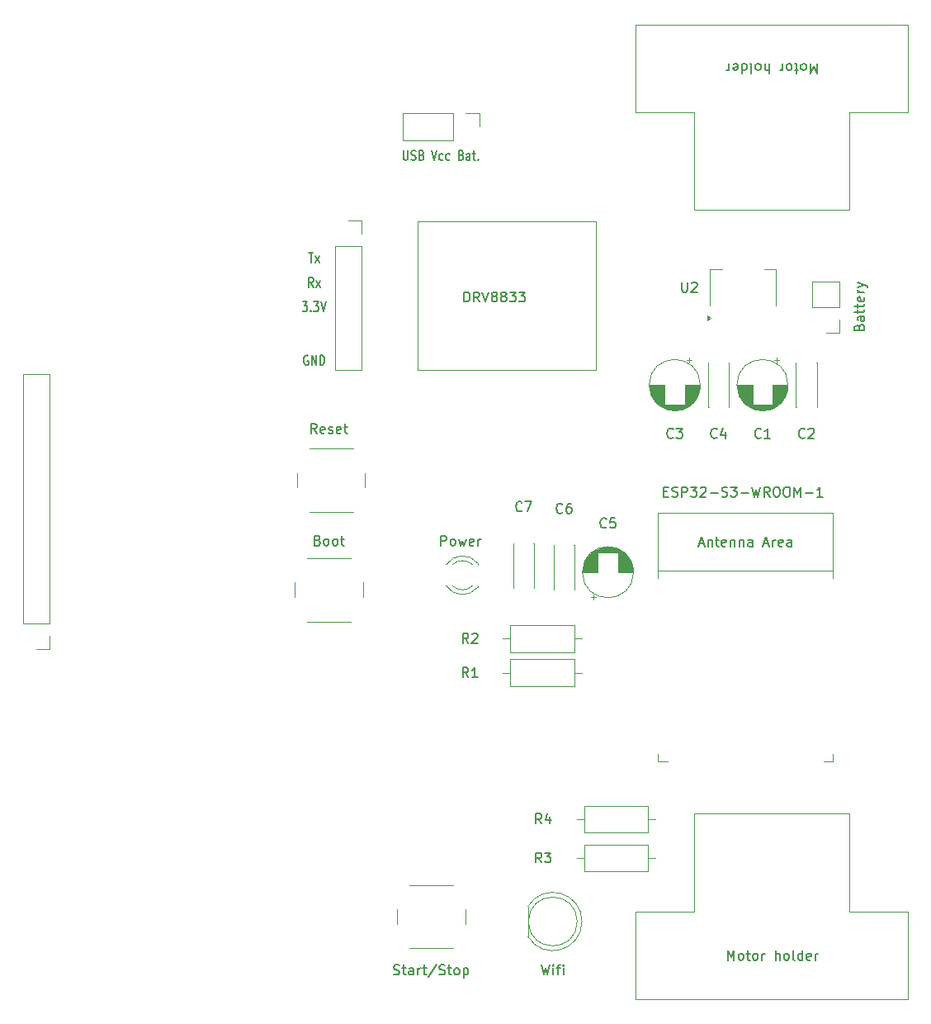
<source format=gbr>
%TF.GenerationSoftware,KiCad,Pcbnew,9.0.5*%
%TF.CreationDate,2025-11-26T15:00:46+01:00*%
%TF.ProjectId,planA,706c616e-412e-46b6-9963-61645f706362,rev?*%
%TF.SameCoordinates,Original*%
%TF.FileFunction,Legend,Top*%
%TF.FilePolarity,Positive*%
%FSLAX46Y46*%
G04 Gerber Fmt 4.6, Leading zero omitted, Abs format (unit mm)*
G04 Created by KiCad (PCBNEW 9.0.5) date 2025-11-26 15:00:46*
%MOMM*%
%LPD*%
G01*
G04 APERTURE LIST*
%ADD10C,0.150000*%
%ADD11C,0.120000*%
%ADD12C,0.100000*%
G04 APERTURE END LIST*
D10*
X94640476Y-76672438D02*
X94564286Y-76624819D01*
X94564286Y-76624819D02*
X94450000Y-76624819D01*
X94450000Y-76624819D02*
X94335714Y-76672438D01*
X94335714Y-76672438D02*
X94259524Y-76767676D01*
X94259524Y-76767676D02*
X94221429Y-76862914D01*
X94221429Y-76862914D02*
X94183333Y-77053390D01*
X94183333Y-77053390D02*
X94183333Y-77196247D01*
X94183333Y-77196247D02*
X94221429Y-77386723D01*
X94221429Y-77386723D02*
X94259524Y-77481961D01*
X94259524Y-77481961D02*
X94335714Y-77577200D01*
X94335714Y-77577200D02*
X94450000Y-77624819D01*
X94450000Y-77624819D02*
X94526191Y-77624819D01*
X94526191Y-77624819D02*
X94640476Y-77577200D01*
X94640476Y-77577200D02*
X94678572Y-77529580D01*
X94678572Y-77529580D02*
X94678572Y-77196247D01*
X94678572Y-77196247D02*
X94526191Y-77196247D01*
X95021429Y-77624819D02*
X95021429Y-76624819D01*
X95021429Y-76624819D02*
X95478572Y-77624819D01*
X95478572Y-77624819D02*
X95478572Y-76624819D01*
X95859524Y-77624819D02*
X95859524Y-76624819D01*
X95859524Y-76624819D02*
X96050000Y-76624819D01*
X96050000Y-76624819D02*
X96164286Y-76672438D01*
X96164286Y-76672438D02*
X96240476Y-76767676D01*
X96240476Y-76767676D02*
X96278571Y-76862914D01*
X96278571Y-76862914D02*
X96316667Y-77053390D01*
X96316667Y-77053390D02*
X96316667Y-77196247D01*
X96316667Y-77196247D02*
X96278571Y-77386723D01*
X96278571Y-77386723D02*
X96240476Y-77481961D01*
X96240476Y-77481961D02*
X96164286Y-77577200D01*
X96164286Y-77577200D02*
X96050000Y-77624819D01*
X96050000Y-77624819D02*
X95859524Y-77624819D01*
X137678570Y-138624819D02*
X137678570Y-137624819D01*
X137678570Y-137624819D02*
X138011903Y-138339104D01*
X138011903Y-138339104D02*
X138345236Y-137624819D01*
X138345236Y-137624819D02*
X138345236Y-138624819D01*
X138964284Y-138624819D02*
X138869046Y-138577200D01*
X138869046Y-138577200D02*
X138821427Y-138529580D01*
X138821427Y-138529580D02*
X138773808Y-138434342D01*
X138773808Y-138434342D02*
X138773808Y-138148628D01*
X138773808Y-138148628D02*
X138821427Y-138053390D01*
X138821427Y-138053390D02*
X138869046Y-138005771D01*
X138869046Y-138005771D02*
X138964284Y-137958152D01*
X138964284Y-137958152D02*
X139107141Y-137958152D01*
X139107141Y-137958152D02*
X139202379Y-138005771D01*
X139202379Y-138005771D02*
X139249998Y-138053390D01*
X139249998Y-138053390D02*
X139297617Y-138148628D01*
X139297617Y-138148628D02*
X139297617Y-138434342D01*
X139297617Y-138434342D02*
X139249998Y-138529580D01*
X139249998Y-138529580D02*
X139202379Y-138577200D01*
X139202379Y-138577200D02*
X139107141Y-138624819D01*
X139107141Y-138624819D02*
X138964284Y-138624819D01*
X139583332Y-137958152D02*
X139964284Y-137958152D01*
X139726189Y-137624819D02*
X139726189Y-138481961D01*
X139726189Y-138481961D02*
X139773808Y-138577200D01*
X139773808Y-138577200D02*
X139869046Y-138624819D01*
X139869046Y-138624819D02*
X139964284Y-138624819D01*
X140440475Y-138624819D02*
X140345237Y-138577200D01*
X140345237Y-138577200D02*
X140297618Y-138529580D01*
X140297618Y-138529580D02*
X140249999Y-138434342D01*
X140249999Y-138434342D02*
X140249999Y-138148628D01*
X140249999Y-138148628D02*
X140297618Y-138053390D01*
X140297618Y-138053390D02*
X140345237Y-138005771D01*
X140345237Y-138005771D02*
X140440475Y-137958152D01*
X140440475Y-137958152D02*
X140583332Y-137958152D01*
X140583332Y-137958152D02*
X140678570Y-138005771D01*
X140678570Y-138005771D02*
X140726189Y-138053390D01*
X140726189Y-138053390D02*
X140773808Y-138148628D01*
X140773808Y-138148628D02*
X140773808Y-138434342D01*
X140773808Y-138434342D02*
X140726189Y-138529580D01*
X140726189Y-138529580D02*
X140678570Y-138577200D01*
X140678570Y-138577200D02*
X140583332Y-138624819D01*
X140583332Y-138624819D02*
X140440475Y-138624819D01*
X141202380Y-138624819D02*
X141202380Y-137958152D01*
X141202380Y-138148628D02*
X141249999Y-138053390D01*
X141249999Y-138053390D02*
X141297618Y-138005771D01*
X141297618Y-138005771D02*
X141392856Y-137958152D01*
X141392856Y-137958152D02*
X141488094Y-137958152D01*
X142583333Y-138624819D02*
X142583333Y-137624819D01*
X143011904Y-138624819D02*
X143011904Y-138101009D01*
X143011904Y-138101009D02*
X142964285Y-138005771D01*
X142964285Y-138005771D02*
X142869047Y-137958152D01*
X142869047Y-137958152D02*
X142726190Y-137958152D01*
X142726190Y-137958152D02*
X142630952Y-138005771D01*
X142630952Y-138005771D02*
X142583333Y-138053390D01*
X143630952Y-138624819D02*
X143535714Y-138577200D01*
X143535714Y-138577200D02*
X143488095Y-138529580D01*
X143488095Y-138529580D02*
X143440476Y-138434342D01*
X143440476Y-138434342D02*
X143440476Y-138148628D01*
X143440476Y-138148628D02*
X143488095Y-138053390D01*
X143488095Y-138053390D02*
X143535714Y-138005771D01*
X143535714Y-138005771D02*
X143630952Y-137958152D01*
X143630952Y-137958152D02*
X143773809Y-137958152D01*
X143773809Y-137958152D02*
X143869047Y-138005771D01*
X143869047Y-138005771D02*
X143916666Y-138053390D01*
X143916666Y-138053390D02*
X143964285Y-138148628D01*
X143964285Y-138148628D02*
X143964285Y-138434342D01*
X143964285Y-138434342D02*
X143916666Y-138529580D01*
X143916666Y-138529580D02*
X143869047Y-138577200D01*
X143869047Y-138577200D02*
X143773809Y-138624819D01*
X143773809Y-138624819D02*
X143630952Y-138624819D01*
X144535714Y-138624819D02*
X144440476Y-138577200D01*
X144440476Y-138577200D02*
X144392857Y-138481961D01*
X144392857Y-138481961D02*
X144392857Y-137624819D01*
X145345238Y-138624819D02*
X145345238Y-137624819D01*
X145345238Y-138577200D02*
X145250000Y-138624819D01*
X145250000Y-138624819D02*
X145059524Y-138624819D01*
X145059524Y-138624819D02*
X144964286Y-138577200D01*
X144964286Y-138577200D02*
X144916667Y-138529580D01*
X144916667Y-138529580D02*
X144869048Y-138434342D01*
X144869048Y-138434342D02*
X144869048Y-138148628D01*
X144869048Y-138148628D02*
X144916667Y-138053390D01*
X144916667Y-138053390D02*
X144964286Y-138005771D01*
X144964286Y-138005771D02*
X145059524Y-137958152D01*
X145059524Y-137958152D02*
X145250000Y-137958152D01*
X145250000Y-137958152D02*
X145345238Y-138005771D01*
X146202381Y-138577200D02*
X146107143Y-138624819D01*
X146107143Y-138624819D02*
X145916667Y-138624819D01*
X145916667Y-138624819D02*
X145821429Y-138577200D01*
X145821429Y-138577200D02*
X145773810Y-138481961D01*
X145773810Y-138481961D02*
X145773810Y-138101009D01*
X145773810Y-138101009D02*
X145821429Y-138005771D01*
X145821429Y-138005771D02*
X145916667Y-137958152D01*
X145916667Y-137958152D02*
X146107143Y-137958152D01*
X146107143Y-137958152D02*
X146202381Y-138005771D01*
X146202381Y-138005771D02*
X146250000Y-138101009D01*
X146250000Y-138101009D02*
X146250000Y-138196247D01*
X146250000Y-138196247D02*
X145773810Y-138291485D01*
X146678572Y-138624819D02*
X146678572Y-137958152D01*
X146678572Y-138148628D02*
X146726191Y-138053390D01*
X146726191Y-138053390D02*
X146773810Y-138005771D01*
X146773810Y-138005771D02*
X146869048Y-137958152D01*
X146869048Y-137958152D02*
X146964286Y-137958152D01*
X131130953Y-90601009D02*
X131464286Y-90601009D01*
X131607143Y-91124819D02*
X131130953Y-91124819D01*
X131130953Y-91124819D02*
X131130953Y-90124819D01*
X131130953Y-90124819D02*
X131607143Y-90124819D01*
X131988096Y-91077200D02*
X132130953Y-91124819D01*
X132130953Y-91124819D02*
X132369048Y-91124819D01*
X132369048Y-91124819D02*
X132464286Y-91077200D01*
X132464286Y-91077200D02*
X132511905Y-91029580D01*
X132511905Y-91029580D02*
X132559524Y-90934342D01*
X132559524Y-90934342D02*
X132559524Y-90839104D01*
X132559524Y-90839104D02*
X132511905Y-90743866D01*
X132511905Y-90743866D02*
X132464286Y-90696247D01*
X132464286Y-90696247D02*
X132369048Y-90648628D01*
X132369048Y-90648628D02*
X132178572Y-90601009D01*
X132178572Y-90601009D02*
X132083334Y-90553390D01*
X132083334Y-90553390D02*
X132035715Y-90505771D01*
X132035715Y-90505771D02*
X131988096Y-90410533D01*
X131988096Y-90410533D02*
X131988096Y-90315295D01*
X131988096Y-90315295D02*
X132035715Y-90220057D01*
X132035715Y-90220057D02*
X132083334Y-90172438D01*
X132083334Y-90172438D02*
X132178572Y-90124819D01*
X132178572Y-90124819D02*
X132416667Y-90124819D01*
X132416667Y-90124819D02*
X132559524Y-90172438D01*
X132988096Y-91124819D02*
X132988096Y-90124819D01*
X132988096Y-90124819D02*
X133369048Y-90124819D01*
X133369048Y-90124819D02*
X133464286Y-90172438D01*
X133464286Y-90172438D02*
X133511905Y-90220057D01*
X133511905Y-90220057D02*
X133559524Y-90315295D01*
X133559524Y-90315295D02*
X133559524Y-90458152D01*
X133559524Y-90458152D02*
X133511905Y-90553390D01*
X133511905Y-90553390D02*
X133464286Y-90601009D01*
X133464286Y-90601009D02*
X133369048Y-90648628D01*
X133369048Y-90648628D02*
X132988096Y-90648628D01*
X133892858Y-90124819D02*
X134511905Y-90124819D01*
X134511905Y-90124819D02*
X134178572Y-90505771D01*
X134178572Y-90505771D02*
X134321429Y-90505771D01*
X134321429Y-90505771D02*
X134416667Y-90553390D01*
X134416667Y-90553390D02*
X134464286Y-90601009D01*
X134464286Y-90601009D02*
X134511905Y-90696247D01*
X134511905Y-90696247D02*
X134511905Y-90934342D01*
X134511905Y-90934342D02*
X134464286Y-91029580D01*
X134464286Y-91029580D02*
X134416667Y-91077200D01*
X134416667Y-91077200D02*
X134321429Y-91124819D01*
X134321429Y-91124819D02*
X134035715Y-91124819D01*
X134035715Y-91124819D02*
X133940477Y-91077200D01*
X133940477Y-91077200D02*
X133892858Y-91029580D01*
X134892858Y-90220057D02*
X134940477Y-90172438D01*
X134940477Y-90172438D02*
X135035715Y-90124819D01*
X135035715Y-90124819D02*
X135273810Y-90124819D01*
X135273810Y-90124819D02*
X135369048Y-90172438D01*
X135369048Y-90172438D02*
X135416667Y-90220057D01*
X135416667Y-90220057D02*
X135464286Y-90315295D01*
X135464286Y-90315295D02*
X135464286Y-90410533D01*
X135464286Y-90410533D02*
X135416667Y-90553390D01*
X135416667Y-90553390D02*
X134845239Y-91124819D01*
X134845239Y-91124819D02*
X135464286Y-91124819D01*
X135892858Y-90743866D02*
X136654763Y-90743866D01*
X137083334Y-91077200D02*
X137226191Y-91124819D01*
X137226191Y-91124819D02*
X137464286Y-91124819D01*
X137464286Y-91124819D02*
X137559524Y-91077200D01*
X137559524Y-91077200D02*
X137607143Y-91029580D01*
X137607143Y-91029580D02*
X137654762Y-90934342D01*
X137654762Y-90934342D02*
X137654762Y-90839104D01*
X137654762Y-90839104D02*
X137607143Y-90743866D01*
X137607143Y-90743866D02*
X137559524Y-90696247D01*
X137559524Y-90696247D02*
X137464286Y-90648628D01*
X137464286Y-90648628D02*
X137273810Y-90601009D01*
X137273810Y-90601009D02*
X137178572Y-90553390D01*
X137178572Y-90553390D02*
X137130953Y-90505771D01*
X137130953Y-90505771D02*
X137083334Y-90410533D01*
X137083334Y-90410533D02*
X137083334Y-90315295D01*
X137083334Y-90315295D02*
X137130953Y-90220057D01*
X137130953Y-90220057D02*
X137178572Y-90172438D01*
X137178572Y-90172438D02*
X137273810Y-90124819D01*
X137273810Y-90124819D02*
X137511905Y-90124819D01*
X137511905Y-90124819D02*
X137654762Y-90172438D01*
X137988096Y-90124819D02*
X138607143Y-90124819D01*
X138607143Y-90124819D02*
X138273810Y-90505771D01*
X138273810Y-90505771D02*
X138416667Y-90505771D01*
X138416667Y-90505771D02*
X138511905Y-90553390D01*
X138511905Y-90553390D02*
X138559524Y-90601009D01*
X138559524Y-90601009D02*
X138607143Y-90696247D01*
X138607143Y-90696247D02*
X138607143Y-90934342D01*
X138607143Y-90934342D02*
X138559524Y-91029580D01*
X138559524Y-91029580D02*
X138511905Y-91077200D01*
X138511905Y-91077200D02*
X138416667Y-91124819D01*
X138416667Y-91124819D02*
X138130953Y-91124819D01*
X138130953Y-91124819D02*
X138035715Y-91077200D01*
X138035715Y-91077200D02*
X137988096Y-91029580D01*
X139035715Y-90743866D02*
X139797620Y-90743866D01*
X140178572Y-90124819D02*
X140416667Y-91124819D01*
X140416667Y-91124819D02*
X140607143Y-90410533D01*
X140607143Y-90410533D02*
X140797619Y-91124819D01*
X140797619Y-91124819D02*
X141035715Y-90124819D01*
X141988095Y-91124819D02*
X141654762Y-90648628D01*
X141416667Y-91124819D02*
X141416667Y-90124819D01*
X141416667Y-90124819D02*
X141797619Y-90124819D01*
X141797619Y-90124819D02*
X141892857Y-90172438D01*
X141892857Y-90172438D02*
X141940476Y-90220057D01*
X141940476Y-90220057D02*
X141988095Y-90315295D01*
X141988095Y-90315295D02*
X141988095Y-90458152D01*
X141988095Y-90458152D02*
X141940476Y-90553390D01*
X141940476Y-90553390D02*
X141892857Y-90601009D01*
X141892857Y-90601009D02*
X141797619Y-90648628D01*
X141797619Y-90648628D02*
X141416667Y-90648628D01*
X142607143Y-90124819D02*
X142797619Y-90124819D01*
X142797619Y-90124819D02*
X142892857Y-90172438D01*
X142892857Y-90172438D02*
X142988095Y-90267676D01*
X142988095Y-90267676D02*
X143035714Y-90458152D01*
X143035714Y-90458152D02*
X143035714Y-90791485D01*
X143035714Y-90791485D02*
X142988095Y-90981961D01*
X142988095Y-90981961D02*
X142892857Y-91077200D01*
X142892857Y-91077200D02*
X142797619Y-91124819D01*
X142797619Y-91124819D02*
X142607143Y-91124819D01*
X142607143Y-91124819D02*
X142511905Y-91077200D01*
X142511905Y-91077200D02*
X142416667Y-90981961D01*
X142416667Y-90981961D02*
X142369048Y-90791485D01*
X142369048Y-90791485D02*
X142369048Y-90458152D01*
X142369048Y-90458152D02*
X142416667Y-90267676D01*
X142416667Y-90267676D02*
X142511905Y-90172438D01*
X142511905Y-90172438D02*
X142607143Y-90124819D01*
X143654762Y-90124819D02*
X143845238Y-90124819D01*
X143845238Y-90124819D02*
X143940476Y-90172438D01*
X143940476Y-90172438D02*
X144035714Y-90267676D01*
X144035714Y-90267676D02*
X144083333Y-90458152D01*
X144083333Y-90458152D02*
X144083333Y-90791485D01*
X144083333Y-90791485D02*
X144035714Y-90981961D01*
X144035714Y-90981961D02*
X143940476Y-91077200D01*
X143940476Y-91077200D02*
X143845238Y-91124819D01*
X143845238Y-91124819D02*
X143654762Y-91124819D01*
X143654762Y-91124819D02*
X143559524Y-91077200D01*
X143559524Y-91077200D02*
X143464286Y-90981961D01*
X143464286Y-90981961D02*
X143416667Y-90791485D01*
X143416667Y-90791485D02*
X143416667Y-90458152D01*
X143416667Y-90458152D02*
X143464286Y-90267676D01*
X143464286Y-90267676D02*
X143559524Y-90172438D01*
X143559524Y-90172438D02*
X143654762Y-90124819D01*
X144511905Y-91124819D02*
X144511905Y-90124819D01*
X144511905Y-90124819D02*
X144845238Y-90839104D01*
X144845238Y-90839104D02*
X145178571Y-90124819D01*
X145178571Y-90124819D02*
X145178571Y-91124819D01*
X145654762Y-90743866D02*
X146416667Y-90743866D01*
X147416666Y-91124819D02*
X146845238Y-91124819D01*
X147130952Y-91124819D02*
X147130952Y-90124819D01*
X147130952Y-90124819D02*
X147035714Y-90267676D01*
X147035714Y-90267676D02*
X146940476Y-90362914D01*
X146940476Y-90362914D02*
X146845238Y-90410533D01*
X95173810Y-69624819D02*
X94907143Y-69148628D01*
X94716667Y-69624819D02*
X94716667Y-68624819D01*
X94716667Y-68624819D02*
X95021429Y-68624819D01*
X95021429Y-68624819D02*
X95097619Y-68672438D01*
X95097619Y-68672438D02*
X95135714Y-68720057D01*
X95135714Y-68720057D02*
X95173810Y-68815295D01*
X95173810Y-68815295D02*
X95173810Y-68958152D01*
X95173810Y-68958152D02*
X95135714Y-69053390D01*
X95135714Y-69053390D02*
X95097619Y-69101009D01*
X95097619Y-69101009D02*
X95021429Y-69148628D01*
X95021429Y-69148628D02*
X94716667Y-69148628D01*
X95440476Y-69624819D02*
X95859524Y-68958152D01*
X95440476Y-68958152D02*
X95859524Y-69624819D01*
X94069047Y-71124819D02*
X94564285Y-71124819D01*
X94564285Y-71124819D02*
X94297619Y-71505771D01*
X94297619Y-71505771D02*
X94411904Y-71505771D01*
X94411904Y-71505771D02*
X94488095Y-71553390D01*
X94488095Y-71553390D02*
X94526190Y-71601009D01*
X94526190Y-71601009D02*
X94564285Y-71696247D01*
X94564285Y-71696247D02*
X94564285Y-71934342D01*
X94564285Y-71934342D02*
X94526190Y-72029580D01*
X94526190Y-72029580D02*
X94488095Y-72077200D01*
X94488095Y-72077200D02*
X94411904Y-72124819D01*
X94411904Y-72124819D02*
X94183333Y-72124819D01*
X94183333Y-72124819D02*
X94107142Y-72077200D01*
X94107142Y-72077200D02*
X94069047Y-72029580D01*
X94907143Y-72029580D02*
X94945238Y-72077200D01*
X94945238Y-72077200D02*
X94907143Y-72124819D01*
X94907143Y-72124819D02*
X94869047Y-72077200D01*
X94869047Y-72077200D02*
X94907143Y-72029580D01*
X94907143Y-72029580D02*
X94907143Y-72124819D01*
X95211904Y-71124819D02*
X95707142Y-71124819D01*
X95707142Y-71124819D02*
X95440476Y-71505771D01*
X95440476Y-71505771D02*
X95554761Y-71505771D01*
X95554761Y-71505771D02*
X95630952Y-71553390D01*
X95630952Y-71553390D02*
X95669047Y-71601009D01*
X95669047Y-71601009D02*
X95707142Y-71696247D01*
X95707142Y-71696247D02*
X95707142Y-71934342D01*
X95707142Y-71934342D02*
X95669047Y-72029580D01*
X95669047Y-72029580D02*
X95630952Y-72077200D01*
X95630952Y-72077200D02*
X95554761Y-72124819D01*
X95554761Y-72124819D02*
X95326190Y-72124819D01*
X95326190Y-72124819D02*
X95249999Y-72077200D01*
X95249999Y-72077200D02*
X95211904Y-72029580D01*
X95935714Y-71124819D02*
X96202381Y-72124819D01*
X96202381Y-72124819D02*
X96469047Y-71124819D01*
X94697619Y-66124819D02*
X95154762Y-66124819D01*
X94926190Y-67124819D02*
X94926190Y-66124819D01*
X95345238Y-67124819D02*
X95764286Y-66458152D01*
X95345238Y-66458152D02*
X95764286Y-67124819D01*
X146821429Y-46715180D02*
X146821429Y-47715180D01*
X146821429Y-47715180D02*
X146488096Y-47000895D01*
X146488096Y-47000895D02*
X146154763Y-47715180D01*
X146154763Y-47715180D02*
X146154763Y-46715180D01*
X145535715Y-46715180D02*
X145630953Y-46762800D01*
X145630953Y-46762800D02*
X145678572Y-46810419D01*
X145678572Y-46810419D02*
X145726191Y-46905657D01*
X145726191Y-46905657D02*
X145726191Y-47191371D01*
X145726191Y-47191371D02*
X145678572Y-47286609D01*
X145678572Y-47286609D02*
X145630953Y-47334228D01*
X145630953Y-47334228D02*
X145535715Y-47381847D01*
X145535715Y-47381847D02*
X145392858Y-47381847D01*
X145392858Y-47381847D02*
X145297620Y-47334228D01*
X145297620Y-47334228D02*
X145250001Y-47286609D01*
X145250001Y-47286609D02*
X145202382Y-47191371D01*
X145202382Y-47191371D02*
X145202382Y-46905657D01*
X145202382Y-46905657D02*
X145250001Y-46810419D01*
X145250001Y-46810419D02*
X145297620Y-46762800D01*
X145297620Y-46762800D02*
X145392858Y-46715180D01*
X145392858Y-46715180D02*
X145535715Y-46715180D01*
X144916667Y-47381847D02*
X144535715Y-47381847D01*
X144773810Y-47715180D02*
X144773810Y-46858038D01*
X144773810Y-46858038D02*
X144726191Y-46762800D01*
X144726191Y-46762800D02*
X144630953Y-46715180D01*
X144630953Y-46715180D02*
X144535715Y-46715180D01*
X144059524Y-46715180D02*
X144154762Y-46762800D01*
X144154762Y-46762800D02*
X144202381Y-46810419D01*
X144202381Y-46810419D02*
X144250000Y-46905657D01*
X144250000Y-46905657D02*
X144250000Y-47191371D01*
X144250000Y-47191371D02*
X144202381Y-47286609D01*
X144202381Y-47286609D02*
X144154762Y-47334228D01*
X144154762Y-47334228D02*
X144059524Y-47381847D01*
X144059524Y-47381847D02*
X143916667Y-47381847D01*
X143916667Y-47381847D02*
X143821429Y-47334228D01*
X143821429Y-47334228D02*
X143773810Y-47286609D01*
X143773810Y-47286609D02*
X143726191Y-47191371D01*
X143726191Y-47191371D02*
X143726191Y-46905657D01*
X143726191Y-46905657D02*
X143773810Y-46810419D01*
X143773810Y-46810419D02*
X143821429Y-46762800D01*
X143821429Y-46762800D02*
X143916667Y-46715180D01*
X143916667Y-46715180D02*
X144059524Y-46715180D01*
X143297619Y-46715180D02*
X143297619Y-47381847D01*
X143297619Y-47191371D02*
X143250000Y-47286609D01*
X143250000Y-47286609D02*
X143202381Y-47334228D01*
X143202381Y-47334228D02*
X143107143Y-47381847D01*
X143107143Y-47381847D02*
X143011905Y-47381847D01*
X141916666Y-46715180D02*
X141916666Y-47715180D01*
X141488095Y-46715180D02*
X141488095Y-47238990D01*
X141488095Y-47238990D02*
X141535714Y-47334228D01*
X141535714Y-47334228D02*
X141630952Y-47381847D01*
X141630952Y-47381847D02*
X141773809Y-47381847D01*
X141773809Y-47381847D02*
X141869047Y-47334228D01*
X141869047Y-47334228D02*
X141916666Y-47286609D01*
X140869047Y-46715180D02*
X140964285Y-46762800D01*
X140964285Y-46762800D02*
X141011904Y-46810419D01*
X141011904Y-46810419D02*
X141059523Y-46905657D01*
X141059523Y-46905657D02*
X141059523Y-47191371D01*
X141059523Y-47191371D02*
X141011904Y-47286609D01*
X141011904Y-47286609D02*
X140964285Y-47334228D01*
X140964285Y-47334228D02*
X140869047Y-47381847D01*
X140869047Y-47381847D02*
X140726190Y-47381847D01*
X140726190Y-47381847D02*
X140630952Y-47334228D01*
X140630952Y-47334228D02*
X140583333Y-47286609D01*
X140583333Y-47286609D02*
X140535714Y-47191371D01*
X140535714Y-47191371D02*
X140535714Y-46905657D01*
X140535714Y-46905657D02*
X140583333Y-46810419D01*
X140583333Y-46810419D02*
X140630952Y-46762800D01*
X140630952Y-46762800D02*
X140726190Y-46715180D01*
X140726190Y-46715180D02*
X140869047Y-46715180D01*
X139964285Y-46715180D02*
X140059523Y-46762800D01*
X140059523Y-46762800D02*
X140107142Y-46858038D01*
X140107142Y-46858038D02*
X140107142Y-47715180D01*
X139154761Y-46715180D02*
X139154761Y-47715180D01*
X139154761Y-46762800D02*
X139249999Y-46715180D01*
X139249999Y-46715180D02*
X139440475Y-46715180D01*
X139440475Y-46715180D02*
X139535713Y-46762800D01*
X139535713Y-46762800D02*
X139583332Y-46810419D01*
X139583332Y-46810419D02*
X139630951Y-46905657D01*
X139630951Y-46905657D02*
X139630951Y-47191371D01*
X139630951Y-47191371D02*
X139583332Y-47286609D01*
X139583332Y-47286609D02*
X139535713Y-47334228D01*
X139535713Y-47334228D02*
X139440475Y-47381847D01*
X139440475Y-47381847D02*
X139249999Y-47381847D01*
X139249999Y-47381847D02*
X139154761Y-47334228D01*
X138297618Y-46762800D02*
X138392856Y-46715180D01*
X138392856Y-46715180D02*
X138583332Y-46715180D01*
X138583332Y-46715180D02*
X138678570Y-46762800D01*
X138678570Y-46762800D02*
X138726189Y-46858038D01*
X138726189Y-46858038D02*
X138726189Y-47238990D01*
X138726189Y-47238990D02*
X138678570Y-47334228D01*
X138678570Y-47334228D02*
X138583332Y-47381847D01*
X138583332Y-47381847D02*
X138392856Y-47381847D01*
X138392856Y-47381847D02*
X138297618Y-47334228D01*
X138297618Y-47334228D02*
X138249999Y-47238990D01*
X138249999Y-47238990D02*
X138249999Y-47143752D01*
X138249999Y-47143752D02*
X138726189Y-47048514D01*
X137821427Y-46715180D02*
X137821427Y-47381847D01*
X137821427Y-47191371D02*
X137773808Y-47286609D01*
X137773808Y-47286609D02*
X137726189Y-47334228D01*
X137726189Y-47334228D02*
X137630951Y-47381847D01*
X137630951Y-47381847D02*
X137535713Y-47381847D01*
X132988095Y-69124819D02*
X132988095Y-69934342D01*
X132988095Y-69934342D02*
X133035714Y-70029580D01*
X133035714Y-70029580D02*
X133083333Y-70077200D01*
X133083333Y-70077200D02*
X133178571Y-70124819D01*
X133178571Y-70124819D02*
X133369047Y-70124819D01*
X133369047Y-70124819D02*
X133464285Y-70077200D01*
X133464285Y-70077200D02*
X133511904Y-70029580D01*
X133511904Y-70029580D02*
X133559523Y-69934342D01*
X133559523Y-69934342D02*
X133559523Y-69124819D01*
X133988095Y-69220057D02*
X134035714Y-69172438D01*
X134035714Y-69172438D02*
X134130952Y-69124819D01*
X134130952Y-69124819D02*
X134369047Y-69124819D01*
X134369047Y-69124819D02*
X134464285Y-69172438D01*
X134464285Y-69172438D02*
X134511904Y-69220057D01*
X134511904Y-69220057D02*
X134559523Y-69315295D01*
X134559523Y-69315295D02*
X134559523Y-69410533D01*
X134559523Y-69410533D02*
X134511904Y-69553390D01*
X134511904Y-69553390D02*
X133940476Y-70124819D01*
X133940476Y-70124819D02*
X134559523Y-70124819D01*
X145583333Y-85029580D02*
X145535714Y-85077200D01*
X145535714Y-85077200D02*
X145392857Y-85124819D01*
X145392857Y-85124819D02*
X145297619Y-85124819D01*
X145297619Y-85124819D02*
X145154762Y-85077200D01*
X145154762Y-85077200D02*
X145059524Y-84981961D01*
X145059524Y-84981961D02*
X145011905Y-84886723D01*
X145011905Y-84886723D02*
X144964286Y-84696247D01*
X144964286Y-84696247D02*
X144964286Y-84553390D01*
X144964286Y-84553390D02*
X145011905Y-84362914D01*
X145011905Y-84362914D02*
X145059524Y-84267676D01*
X145059524Y-84267676D02*
X145154762Y-84172438D01*
X145154762Y-84172438D02*
X145297619Y-84124819D01*
X145297619Y-84124819D02*
X145392857Y-84124819D01*
X145392857Y-84124819D02*
X145535714Y-84172438D01*
X145535714Y-84172438D02*
X145583333Y-84220057D01*
X145964286Y-84220057D02*
X146011905Y-84172438D01*
X146011905Y-84172438D02*
X146107143Y-84124819D01*
X146107143Y-84124819D02*
X146345238Y-84124819D01*
X146345238Y-84124819D02*
X146440476Y-84172438D01*
X146440476Y-84172438D02*
X146488095Y-84220057D01*
X146488095Y-84220057D02*
X146535714Y-84315295D01*
X146535714Y-84315295D02*
X146535714Y-84410533D01*
X146535714Y-84410533D02*
X146488095Y-84553390D01*
X146488095Y-84553390D02*
X145916667Y-85124819D01*
X145916667Y-85124819D02*
X146535714Y-85124819D01*
X108273809Y-96124819D02*
X108273809Y-95124819D01*
X108273809Y-95124819D02*
X108654761Y-95124819D01*
X108654761Y-95124819D02*
X108749999Y-95172438D01*
X108749999Y-95172438D02*
X108797618Y-95220057D01*
X108797618Y-95220057D02*
X108845237Y-95315295D01*
X108845237Y-95315295D02*
X108845237Y-95458152D01*
X108845237Y-95458152D02*
X108797618Y-95553390D01*
X108797618Y-95553390D02*
X108749999Y-95601009D01*
X108749999Y-95601009D02*
X108654761Y-95648628D01*
X108654761Y-95648628D02*
X108273809Y-95648628D01*
X109416666Y-96124819D02*
X109321428Y-96077200D01*
X109321428Y-96077200D02*
X109273809Y-96029580D01*
X109273809Y-96029580D02*
X109226190Y-95934342D01*
X109226190Y-95934342D02*
X109226190Y-95648628D01*
X109226190Y-95648628D02*
X109273809Y-95553390D01*
X109273809Y-95553390D02*
X109321428Y-95505771D01*
X109321428Y-95505771D02*
X109416666Y-95458152D01*
X109416666Y-95458152D02*
X109559523Y-95458152D01*
X109559523Y-95458152D02*
X109654761Y-95505771D01*
X109654761Y-95505771D02*
X109702380Y-95553390D01*
X109702380Y-95553390D02*
X109749999Y-95648628D01*
X109749999Y-95648628D02*
X109749999Y-95934342D01*
X109749999Y-95934342D02*
X109702380Y-96029580D01*
X109702380Y-96029580D02*
X109654761Y-96077200D01*
X109654761Y-96077200D02*
X109559523Y-96124819D01*
X109559523Y-96124819D02*
X109416666Y-96124819D01*
X110083333Y-95458152D02*
X110273809Y-96124819D01*
X110273809Y-96124819D02*
X110464285Y-95648628D01*
X110464285Y-95648628D02*
X110654761Y-96124819D01*
X110654761Y-96124819D02*
X110845237Y-95458152D01*
X111607142Y-96077200D02*
X111511904Y-96124819D01*
X111511904Y-96124819D02*
X111321428Y-96124819D01*
X111321428Y-96124819D02*
X111226190Y-96077200D01*
X111226190Y-96077200D02*
X111178571Y-95981961D01*
X111178571Y-95981961D02*
X111178571Y-95601009D01*
X111178571Y-95601009D02*
X111226190Y-95505771D01*
X111226190Y-95505771D02*
X111321428Y-95458152D01*
X111321428Y-95458152D02*
X111511904Y-95458152D01*
X111511904Y-95458152D02*
X111607142Y-95505771D01*
X111607142Y-95505771D02*
X111654761Y-95601009D01*
X111654761Y-95601009D02*
X111654761Y-95696247D01*
X111654761Y-95696247D02*
X111178571Y-95791485D01*
X112083333Y-96124819D02*
X112083333Y-95458152D01*
X112083333Y-95648628D02*
X112130952Y-95553390D01*
X112130952Y-95553390D02*
X112178571Y-95505771D01*
X112178571Y-95505771D02*
X112273809Y-95458152D01*
X112273809Y-95458152D02*
X112369047Y-95458152D01*
X118583333Y-124624819D02*
X118250000Y-124148628D01*
X118011905Y-124624819D02*
X118011905Y-123624819D01*
X118011905Y-123624819D02*
X118392857Y-123624819D01*
X118392857Y-123624819D02*
X118488095Y-123672438D01*
X118488095Y-123672438D02*
X118535714Y-123720057D01*
X118535714Y-123720057D02*
X118583333Y-123815295D01*
X118583333Y-123815295D02*
X118583333Y-123958152D01*
X118583333Y-123958152D02*
X118535714Y-124053390D01*
X118535714Y-124053390D02*
X118488095Y-124101009D01*
X118488095Y-124101009D02*
X118392857Y-124148628D01*
X118392857Y-124148628D02*
X118011905Y-124148628D01*
X119440476Y-123958152D02*
X119440476Y-124624819D01*
X119202381Y-123577200D02*
X118964286Y-124291485D01*
X118964286Y-124291485D02*
X119583333Y-124291485D01*
X141083333Y-85029580D02*
X141035714Y-85077200D01*
X141035714Y-85077200D02*
X140892857Y-85124819D01*
X140892857Y-85124819D02*
X140797619Y-85124819D01*
X140797619Y-85124819D02*
X140654762Y-85077200D01*
X140654762Y-85077200D02*
X140559524Y-84981961D01*
X140559524Y-84981961D02*
X140511905Y-84886723D01*
X140511905Y-84886723D02*
X140464286Y-84696247D01*
X140464286Y-84696247D02*
X140464286Y-84553390D01*
X140464286Y-84553390D02*
X140511905Y-84362914D01*
X140511905Y-84362914D02*
X140559524Y-84267676D01*
X140559524Y-84267676D02*
X140654762Y-84172438D01*
X140654762Y-84172438D02*
X140797619Y-84124819D01*
X140797619Y-84124819D02*
X140892857Y-84124819D01*
X140892857Y-84124819D02*
X141035714Y-84172438D01*
X141035714Y-84172438D02*
X141083333Y-84220057D01*
X142035714Y-85124819D02*
X141464286Y-85124819D01*
X141750000Y-85124819D02*
X141750000Y-84124819D01*
X141750000Y-84124819D02*
X141654762Y-84267676D01*
X141654762Y-84267676D02*
X141559524Y-84362914D01*
X141559524Y-84362914D02*
X141464286Y-84410533D01*
X151181009Y-73741429D02*
X151228628Y-73598572D01*
X151228628Y-73598572D02*
X151276247Y-73550953D01*
X151276247Y-73550953D02*
X151371485Y-73503334D01*
X151371485Y-73503334D02*
X151514342Y-73503334D01*
X151514342Y-73503334D02*
X151609580Y-73550953D01*
X151609580Y-73550953D02*
X151657200Y-73598572D01*
X151657200Y-73598572D02*
X151704819Y-73693810D01*
X151704819Y-73693810D02*
X151704819Y-74074762D01*
X151704819Y-74074762D02*
X150704819Y-74074762D01*
X150704819Y-74074762D02*
X150704819Y-73741429D01*
X150704819Y-73741429D02*
X150752438Y-73646191D01*
X150752438Y-73646191D02*
X150800057Y-73598572D01*
X150800057Y-73598572D02*
X150895295Y-73550953D01*
X150895295Y-73550953D02*
X150990533Y-73550953D01*
X150990533Y-73550953D02*
X151085771Y-73598572D01*
X151085771Y-73598572D02*
X151133390Y-73646191D01*
X151133390Y-73646191D02*
X151181009Y-73741429D01*
X151181009Y-73741429D02*
X151181009Y-74074762D01*
X151704819Y-72646191D02*
X151181009Y-72646191D01*
X151181009Y-72646191D02*
X151085771Y-72693810D01*
X151085771Y-72693810D02*
X151038152Y-72789048D01*
X151038152Y-72789048D02*
X151038152Y-72979524D01*
X151038152Y-72979524D02*
X151085771Y-73074762D01*
X151657200Y-72646191D02*
X151704819Y-72741429D01*
X151704819Y-72741429D02*
X151704819Y-72979524D01*
X151704819Y-72979524D02*
X151657200Y-73074762D01*
X151657200Y-73074762D02*
X151561961Y-73122381D01*
X151561961Y-73122381D02*
X151466723Y-73122381D01*
X151466723Y-73122381D02*
X151371485Y-73074762D01*
X151371485Y-73074762D02*
X151323866Y-72979524D01*
X151323866Y-72979524D02*
X151323866Y-72741429D01*
X151323866Y-72741429D02*
X151276247Y-72646191D01*
X151038152Y-72312857D02*
X151038152Y-71931905D01*
X150704819Y-72170000D02*
X151561961Y-72170000D01*
X151561961Y-72170000D02*
X151657200Y-72122381D01*
X151657200Y-72122381D02*
X151704819Y-72027143D01*
X151704819Y-72027143D02*
X151704819Y-71931905D01*
X151038152Y-71741428D02*
X151038152Y-71360476D01*
X150704819Y-71598571D02*
X151561961Y-71598571D01*
X151561961Y-71598571D02*
X151657200Y-71550952D01*
X151657200Y-71550952D02*
X151704819Y-71455714D01*
X151704819Y-71455714D02*
X151704819Y-71360476D01*
X151657200Y-70646190D02*
X151704819Y-70741428D01*
X151704819Y-70741428D02*
X151704819Y-70931904D01*
X151704819Y-70931904D02*
X151657200Y-71027142D01*
X151657200Y-71027142D02*
X151561961Y-71074761D01*
X151561961Y-71074761D02*
X151181009Y-71074761D01*
X151181009Y-71074761D02*
X151085771Y-71027142D01*
X151085771Y-71027142D02*
X151038152Y-70931904D01*
X151038152Y-70931904D02*
X151038152Y-70741428D01*
X151038152Y-70741428D02*
X151085771Y-70646190D01*
X151085771Y-70646190D02*
X151181009Y-70598571D01*
X151181009Y-70598571D02*
X151276247Y-70598571D01*
X151276247Y-70598571D02*
X151371485Y-71074761D01*
X151704819Y-70169999D02*
X151038152Y-70169999D01*
X151228628Y-70169999D02*
X151133390Y-70122380D01*
X151133390Y-70122380D02*
X151085771Y-70074761D01*
X151085771Y-70074761D02*
X151038152Y-69979523D01*
X151038152Y-69979523D02*
X151038152Y-69884285D01*
X151038152Y-69646189D02*
X151704819Y-69408094D01*
X151038152Y-69169999D02*
X151704819Y-69408094D01*
X151704819Y-69408094D02*
X151942914Y-69503332D01*
X151942914Y-69503332D02*
X151990533Y-69550951D01*
X151990533Y-69550951D02*
X152038152Y-69646189D01*
X125233333Y-94219580D02*
X125185714Y-94267200D01*
X125185714Y-94267200D02*
X125042857Y-94314819D01*
X125042857Y-94314819D02*
X124947619Y-94314819D01*
X124947619Y-94314819D02*
X124804762Y-94267200D01*
X124804762Y-94267200D02*
X124709524Y-94171961D01*
X124709524Y-94171961D02*
X124661905Y-94076723D01*
X124661905Y-94076723D02*
X124614286Y-93886247D01*
X124614286Y-93886247D02*
X124614286Y-93743390D01*
X124614286Y-93743390D02*
X124661905Y-93552914D01*
X124661905Y-93552914D02*
X124709524Y-93457676D01*
X124709524Y-93457676D02*
X124804762Y-93362438D01*
X124804762Y-93362438D02*
X124947619Y-93314819D01*
X124947619Y-93314819D02*
X125042857Y-93314819D01*
X125042857Y-93314819D02*
X125185714Y-93362438D01*
X125185714Y-93362438D02*
X125233333Y-93410057D01*
X126138095Y-93314819D02*
X125661905Y-93314819D01*
X125661905Y-93314819D02*
X125614286Y-93791009D01*
X125614286Y-93791009D02*
X125661905Y-93743390D01*
X125661905Y-93743390D02*
X125757143Y-93695771D01*
X125757143Y-93695771D02*
X125995238Y-93695771D01*
X125995238Y-93695771D02*
X126090476Y-93743390D01*
X126090476Y-93743390D02*
X126138095Y-93791009D01*
X126138095Y-93791009D02*
X126185714Y-93886247D01*
X126185714Y-93886247D02*
X126185714Y-94124342D01*
X126185714Y-94124342D02*
X126138095Y-94219580D01*
X126138095Y-94219580D02*
X126090476Y-94267200D01*
X126090476Y-94267200D02*
X125995238Y-94314819D01*
X125995238Y-94314819D02*
X125757143Y-94314819D01*
X125757143Y-94314819D02*
X125661905Y-94267200D01*
X125661905Y-94267200D02*
X125614286Y-94219580D01*
X116583333Y-92529580D02*
X116535714Y-92577200D01*
X116535714Y-92577200D02*
X116392857Y-92624819D01*
X116392857Y-92624819D02*
X116297619Y-92624819D01*
X116297619Y-92624819D02*
X116154762Y-92577200D01*
X116154762Y-92577200D02*
X116059524Y-92481961D01*
X116059524Y-92481961D02*
X116011905Y-92386723D01*
X116011905Y-92386723D02*
X115964286Y-92196247D01*
X115964286Y-92196247D02*
X115964286Y-92053390D01*
X115964286Y-92053390D02*
X116011905Y-91862914D01*
X116011905Y-91862914D02*
X116059524Y-91767676D01*
X116059524Y-91767676D02*
X116154762Y-91672438D01*
X116154762Y-91672438D02*
X116297619Y-91624819D01*
X116297619Y-91624819D02*
X116392857Y-91624819D01*
X116392857Y-91624819D02*
X116535714Y-91672438D01*
X116535714Y-91672438D02*
X116583333Y-91720057D01*
X116916667Y-91624819D02*
X117583333Y-91624819D01*
X117583333Y-91624819D02*
X117154762Y-92624819D01*
X111083333Y-109624819D02*
X110750000Y-109148628D01*
X110511905Y-109624819D02*
X110511905Y-108624819D01*
X110511905Y-108624819D02*
X110892857Y-108624819D01*
X110892857Y-108624819D02*
X110988095Y-108672438D01*
X110988095Y-108672438D02*
X111035714Y-108720057D01*
X111035714Y-108720057D02*
X111083333Y-108815295D01*
X111083333Y-108815295D02*
X111083333Y-108958152D01*
X111083333Y-108958152D02*
X111035714Y-109053390D01*
X111035714Y-109053390D02*
X110988095Y-109101009D01*
X110988095Y-109101009D02*
X110892857Y-109148628D01*
X110892857Y-109148628D02*
X110511905Y-109148628D01*
X112035714Y-109624819D02*
X111464286Y-109624819D01*
X111750000Y-109624819D02*
X111750000Y-108624819D01*
X111750000Y-108624819D02*
X111654762Y-108767676D01*
X111654762Y-108767676D02*
X111559524Y-108862914D01*
X111559524Y-108862914D02*
X111464286Y-108910533D01*
X95630952Y-95601009D02*
X95773809Y-95648628D01*
X95773809Y-95648628D02*
X95821428Y-95696247D01*
X95821428Y-95696247D02*
X95869047Y-95791485D01*
X95869047Y-95791485D02*
X95869047Y-95934342D01*
X95869047Y-95934342D02*
X95821428Y-96029580D01*
X95821428Y-96029580D02*
X95773809Y-96077200D01*
X95773809Y-96077200D02*
X95678571Y-96124819D01*
X95678571Y-96124819D02*
X95297619Y-96124819D01*
X95297619Y-96124819D02*
X95297619Y-95124819D01*
X95297619Y-95124819D02*
X95630952Y-95124819D01*
X95630952Y-95124819D02*
X95726190Y-95172438D01*
X95726190Y-95172438D02*
X95773809Y-95220057D01*
X95773809Y-95220057D02*
X95821428Y-95315295D01*
X95821428Y-95315295D02*
X95821428Y-95410533D01*
X95821428Y-95410533D02*
X95773809Y-95505771D01*
X95773809Y-95505771D02*
X95726190Y-95553390D01*
X95726190Y-95553390D02*
X95630952Y-95601009D01*
X95630952Y-95601009D02*
X95297619Y-95601009D01*
X96440476Y-96124819D02*
X96345238Y-96077200D01*
X96345238Y-96077200D02*
X96297619Y-96029580D01*
X96297619Y-96029580D02*
X96250000Y-95934342D01*
X96250000Y-95934342D02*
X96250000Y-95648628D01*
X96250000Y-95648628D02*
X96297619Y-95553390D01*
X96297619Y-95553390D02*
X96345238Y-95505771D01*
X96345238Y-95505771D02*
X96440476Y-95458152D01*
X96440476Y-95458152D02*
X96583333Y-95458152D01*
X96583333Y-95458152D02*
X96678571Y-95505771D01*
X96678571Y-95505771D02*
X96726190Y-95553390D01*
X96726190Y-95553390D02*
X96773809Y-95648628D01*
X96773809Y-95648628D02*
X96773809Y-95934342D01*
X96773809Y-95934342D02*
X96726190Y-96029580D01*
X96726190Y-96029580D02*
X96678571Y-96077200D01*
X96678571Y-96077200D02*
X96583333Y-96124819D01*
X96583333Y-96124819D02*
X96440476Y-96124819D01*
X97345238Y-96124819D02*
X97250000Y-96077200D01*
X97250000Y-96077200D02*
X97202381Y-96029580D01*
X97202381Y-96029580D02*
X97154762Y-95934342D01*
X97154762Y-95934342D02*
X97154762Y-95648628D01*
X97154762Y-95648628D02*
X97202381Y-95553390D01*
X97202381Y-95553390D02*
X97250000Y-95505771D01*
X97250000Y-95505771D02*
X97345238Y-95458152D01*
X97345238Y-95458152D02*
X97488095Y-95458152D01*
X97488095Y-95458152D02*
X97583333Y-95505771D01*
X97583333Y-95505771D02*
X97630952Y-95553390D01*
X97630952Y-95553390D02*
X97678571Y-95648628D01*
X97678571Y-95648628D02*
X97678571Y-95934342D01*
X97678571Y-95934342D02*
X97630952Y-96029580D01*
X97630952Y-96029580D02*
X97583333Y-96077200D01*
X97583333Y-96077200D02*
X97488095Y-96124819D01*
X97488095Y-96124819D02*
X97345238Y-96124819D01*
X97964286Y-95458152D02*
X98345238Y-95458152D01*
X98107143Y-95124819D02*
X98107143Y-95981961D01*
X98107143Y-95981961D02*
X98154762Y-96077200D01*
X98154762Y-96077200D02*
X98250000Y-96124819D01*
X98250000Y-96124819D02*
X98345238Y-96124819D01*
X132083333Y-85029580D02*
X132035714Y-85077200D01*
X132035714Y-85077200D02*
X131892857Y-85124819D01*
X131892857Y-85124819D02*
X131797619Y-85124819D01*
X131797619Y-85124819D02*
X131654762Y-85077200D01*
X131654762Y-85077200D02*
X131559524Y-84981961D01*
X131559524Y-84981961D02*
X131511905Y-84886723D01*
X131511905Y-84886723D02*
X131464286Y-84696247D01*
X131464286Y-84696247D02*
X131464286Y-84553390D01*
X131464286Y-84553390D02*
X131511905Y-84362914D01*
X131511905Y-84362914D02*
X131559524Y-84267676D01*
X131559524Y-84267676D02*
X131654762Y-84172438D01*
X131654762Y-84172438D02*
X131797619Y-84124819D01*
X131797619Y-84124819D02*
X131892857Y-84124819D01*
X131892857Y-84124819D02*
X132035714Y-84172438D01*
X132035714Y-84172438D02*
X132083333Y-84220057D01*
X132416667Y-84124819D02*
X133035714Y-84124819D01*
X133035714Y-84124819D02*
X132702381Y-84505771D01*
X132702381Y-84505771D02*
X132845238Y-84505771D01*
X132845238Y-84505771D02*
X132940476Y-84553390D01*
X132940476Y-84553390D02*
X132988095Y-84601009D01*
X132988095Y-84601009D02*
X133035714Y-84696247D01*
X133035714Y-84696247D02*
X133035714Y-84934342D01*
X133035714Y-84934342D02*
X132988095Y-85029580D01*
X132988095Y-85029580D02*
X132940476Y-85077200D01*
X132940476Y-85077200D02*
X132845238Y-85124819D01*
X132845238Y-85124819D02*
X132559524Y-85124819D01*
X132559524Y-85124819D02*
X132464286Y-85077200D01*
X132464286Y-85077200D02*
X132416667Y-85029580D01*
X111083333Y-106124819D02*
X110750000Y-105648628D01*
X110511905Y-106124819D02*
X110511905Y-105124819D01*
X110511905Y-105124819D02*
X110892857Y-105124819D01*
X110892857Y-105124819D02*
X110988095Y-105172438D01*
X110988095Y-105172438D02*
X111035714Y-105220057D01*
X111035714Y-105220057D02*
X111083333Y-105315295D01*
X111083333Y-105315295D02*
X111083333Y-105458152D01*
X111083333Y-105458152D02*
X111035714Y-105553390D01*
X111035714Y-105553390D02*
X110988095Y-105601009D01*
X110988095Y-105601009D02*
X110892857Y-105648628D01*
X110892857Y-105648628D02*
X110511905Y-105648628D01*
X111464286Y-105220057D02*
X111511905Y-105172438D01*
X111511905Y-105172438D02*
X111607143Y-105124819D01*
X111607143Y-105124819D02*
X111845238Y-105124819D01*
X111845238Y-105124819D02*
X111940476Y-105172438D01*
X111940476Y-105172438D02*
X111988095Y-105220057D01*
X111988095Y-105220057D02*
X112035714Y-105315295D01*
X112035714Y-105315295D02*
X112035714Y-105410533D01*
X112035714Y-105410533D02*
X111988095Y-105553390D01*
X111988095Y-105553390D02*
X111416667Y-106124819D01*
X111416667Y-106124819D02*
X112035714Y-106124819D01*
X104421429Y-55624819D02*
X104421429Y-56434342D01*
X104421429Y-56434342D02*
X104459524Y-56529580D01*
X104459524Y-56529580D02*
X104497619Y-56577200D01*
X104497619Y-56577200D02*
X104573810Y-56624819D01*
X104573810Y-56624819D02*
X104726191Y-56624819D01*
X104726191Y-56624819D02*
X104802381Y-56577200D01*
X104802381Y-56577200D02*
X104840476Y-56529580D01*
X104840476Y-56529580D02*
X104878572Y-56434342D01*
X104878572Y-56434342D02*
X104878572Y-55624819D01*
X105221428Y-56577200D02*
X105335714Y-56624819D01*
X105335714Y-56624819D02*
X105526190Y-56624819D01*
X105526190Y-56624819D02*
X105602381Y-56577200D01*
X105602381Y-56577200D02*
X105640476Y-56529580D01*
X105640476Y-56529580D02*
X105678571Y-56434342D01*
X105678571Y-56434342D02*
X105678571Y-56339104D01*
X105678571Y-56339104D02*
X105640476Y-56243866D01*
X105640476Y-56243866D02*
X105602381Y-56196247D01*
X105602381Y-56196247D02*
X105526190Y-56148628D01*
X105526190Y-56148628D02*
X105373809Y-56101009D01*
X105373809Y-56101009D02*
X105297619Y-56053390D01*
X105297619Y-56053390D02*
X105259524Y-56005771D01*
X105259524Y-56005771D02*
X105221428Y-55910533D01*
X105221428Y-55910533D02*
X105221428Y-55815295D01*
X105221428Y-55815295D02*
X105259524Y-55720057D01*
X105259524Y-55720057D02*
X105297619Y-55672438D01*
X105297619Y-55672438D02*
X105373809Y-55624819D01*
X105373809Y-55624819D02*
X105564286Y-55624819D01*
X105564286Y-55624819D02*
X105678571Y-55672438D01*
X106288095Y-56101009D02*
X106402381Y-56148628D01*
X106402381Y-56148628D02*
X106440476Y-56196247D01*
X106440476Y-56196247D02*
X106478572Y-56291485D01*
X106478572Y-56291485D02*
X106478572Y-56434342D01*
X106478572Y-56434342D02*
X106440476Y-56529580D01*
X106440476Y-56529580D02*
X106402381Y-56577200D01*
X106402381Y-56577200D02*
X106326191Y-56624819D01*
X106326191Y-56624819D02*
X106021429Y-56624819D01*
X106021429Y-56624819D02*
X106021429Y-55624819D01*
X106021429Y-55624819D02*
X106288095Y-55624819D01*
X106288095Y-55624819D02*
X106364286Y-55672438D01*
X106364286Y-55672438D02*
X106402381Y-55720057D01*
X106402381Y-55720057D02*
X106440476Y-55815295D01*
X106440476Y-55815295D02*
X106440476Y-55910533D01*
X106440476Y-55910533D02*
X106402381Y-56005771D01*
X106402381Y-56005771D02*
X106364286Y-56053390D01*
X106364286Y-56053390D02*
X106288095Y-56101009D01*
X106288095Y-56101009D02*
X106021429Y-56101009D01*
X107316667Y-55624819D02*
X107583334Y-56624819D01*
X107583334Y-56624819D02*
X107850000Y-55624819D01*
X108459524Y-56577200D02*
X108383333Y-56624819D01*
X108383333Y-56624819D02*
X108230952Y-56624819D01*
X108230952Y-56624819D02*
X108154762Y-56577200D01*
X108154762Y-56577200D02*
X108116667Y-56529580D01*
X108116667Y-56529580D02*
X108078571Y-56434342D01*
X108078571Y-56434342D02*
X108078571Y-56148628D01*
X108078571Y-56148628D02*
X108116667Y-56053390D01*
X108116667Y-56053390D02*
X108154762Y-56005771D01*
X108154762Y-56005771D02*
X108230952Y-55958152D01*
X108230952Y-55958152D02*
X108383333Y-55958152D01*
X108383333Y-55958152D02*
X108459524Y-56005771D01*
X109145238Y-56577200D02*
X109069047Y-56624819D01*
X109069047Y-56624819D02*
X108916666Y-56624819D01*
X108916666Y-56624819D02*
X108840476Y-56577200D01*
X108840476Y-56577200D02*
X108802381Y-56529580D01*
X108802381Y-56529580D02*
X108764285Y-56434342D01*
X108764285Y-56434342D02*
X108764285Y-56148628D01*
X108764285Y-56148628D02*
X108802381Y-56053390D01*
X108802381Y-56053390D02*
X108840476Y-56005771D01*
X108840476Y-56005771D02*
X108916666Y-55958152D01*
X108916666Y-55958152D02*
X109069047Y-55958152D01*
X109069047Y-55958152D02*
X109145238Y-56005771D01*
X110364285Y-56101009D02*
X110478571Y-56148628D01*
X110478571Y-56148628D02*
X110516666Y-56196247D01*
X110516666Y-56196247D02*
X110554762Y-56291485D01*
X110554762Y-56291485D02*
X110554762Y-56434342D01*
X110554762Y-56434342D02*
X110516666Y-56529580D01*
X110516666Y-56529580D02*
X110478571Y-56577200D01*
X110478571Y-56577200D02*
X110402381Y-56624819D01*
X110402381Y-56624819D02*
X110097619Y-56624819D01*
X110097619Y-56624819D02*
X110097619Y-55624819D01*
X110097619Y-55624819D02*
X110364285Y-55624819D01*
X110364285Y-55624819D02*
X110440476Y-55672438D01*
X110440476Y-55672438D02*
X110478571Y-55720057D01*
X110478571Y-55720057D02*
X110516666Y-55815295D01*
X110516666Y-55815295D02*
X110516666Y-55910533D01*
X110516666Y-55910533D02*
X110478571Y-56005771D01*
X110478571Y-56005771D02*
X110440476Y-56053390D01*
X110440476Y-56053390D02*
X110364285Y-56101009D01*
X110364285Y-56101009D02*
X110097619Y-56101009D01*
X111240476Y-56624819D02*
X111240476Y-56101009D01*
X111240476Y-56101009D02*
X111202381Y-56005771D01*
X111202381Y-56005771D02*
X111126190Y-55958152D01*
X111126190Y-55958152D02*
X110973809Y-55958152D01*
X110973809Y-55958152D02*
X110897619Y-56005771D01*
X111240476Y-56577200D02*
X111164285Y-56624819D01*
X111164285Y-56624819D02*
X110973809Y-56624819D01*
X110973809Y-56624819D02*
X110897619Y-56577200D01*
X110897619Y-56577200D02*
X110859523Y-56481961D01*
X110859523Y-56481961D02*
X110859523Y-56386723D01*
X110859523Y-56386723D02*
X110897619Y-56291485D01*
X110897619Y-56291485D02*
X110973809Y-56243866D01*
X110973809Y-56243866D02*
X111164285Y-56243866D01*
X111164285Y-56243866D02*
X111240476Y-56196247D01*
X111507143Y-55958152D02*
X111811905Y-55958152D01*
X111621429Y-55624819D02*
X111621429Y-56481961D01*
X111621429Y-56481961D02*
X111659524Y-56577200D01*
X111659524Y-56577200D02*
X111735714Y-56624819D01*
X111735714Y-56624819D02*
X111811905Y-56624819D01*
X112078572Y-56529580D02*
X112116667Y-56577200D01*
X112116667Y-56577200D02*
X112078572Y-56624819D01*
X112078572Y-56624819D02*
X112040476Y-56577200D01*
X112040476Y-56577200D02*
X112078572Y-56529580D01*
X112078572Y-56529580D02*
X112078572Y-56624819D01*
X103440475Y-140077200D02*
X103583332Y-140124819D01*
X103583332Y-140124819D02*
X103821427Y-140124819D01*
X103821427Y-140124819D02*
X103916665Y-140077200D01*
X103916665Y-140077200D02*
X103964284Y-140029580D01*
X103964284Y-140029580D02*
X104011903Y-139934342D01*
X104011903Y-139934342D02*
X104011903Y-139839104D01*
X104011903Y-139839104D02*
X103964284Y-139743866D01*
X103964284Y-139743866D02*
X103916665Y-139696247D01*
X103916665Y-139696247D02*
X103821427Y-139648628D01*
X103821427Y-139648628D02*
X103630951Y-139601009D01*
X103630951Y-139601009D02*
X103535713Y-139553390D01*
X103535713Y-139553390D02*
X103488094Y-139505771D01*
X103488094Y-139505771D02*
X103440475Y-139410533D01*
X103440475Y-139410533D02*
X103440475Y-139315295D01*
X103440475Y-139315295D02*
X103488094Y-139220057D01*
X103488094Y-139220057D02*
X103535713Y-139172438D01*
X103535713Y-139172438D02*
X103630951Y-139124819D01*
X103630951Y-139124819D02*
X103869046Y-139124819D01*
X103869046Y-139124819D02*
X104011903Y-139172438D01*
X104297618Y-139458152D02*
X104678570Y-139458152D01*
X104440475Y-139124819D02*
X104440475Y-139981961D01*
X104440475Y-139981961D02*
X104488094Y-140077200D01*
X104488094Y-140077200D02*
X104583332Y-140124819D01*
X104583332Y-140124819D02*
X104678570Y-140124819D01*
X105440475Y-140124819D02*
X105440475Y-139601009D01*
X105440475Y-139601009D02*
X105392856Y-139505771D01*
X105392856Y-139505771D02*
X105297618Y-139458152D01*
X105297618Y-139458152D02*
X105107142Y-139458152D01*
X105107142Y-139458152D02*
X105011904Y-139505771D01*
X105440475Y-140077200D02*
X105345237Y-140124819D01*
X105345237Y-140124819D02*
X105107142Y-140124819D01*
X105107142Y-140124819D02*
X105011904Y-140077200D01*
X105011904Y-140077200D02*
X104964285Y-139981961D01*
X104964285Y-139981961D02*
X104964285Y-139886723D01*
X104964285Y-139886723D02*
X105011904Y-139791485D01*
X105011904Y-139791485D02*
X105107142Y-139743866D01*
X105107142Y-139743866D02*
X105345237Y-139743866D01*
X105345237Y-139743866D02*
X105440475Y-139696247D01*
X105916666Y-140124819D02*
X105916666Y-139458152D01*
X105916666Y-139648628D02*
X105964285Y-139553390D01*
X105964285Y-139553390D02*
X106011904Y-139505771D01*
X106011904Y-139505771D02*
X106107142Y-139458152D01*
X106107142Y-139458152D02*
X106202380Y-139458152D01*
X106392857Y-139458152D02*
X106773809Y-139458152D01*
X106535714Y-139124819D02*
X106535714Y-139981961D01*
X106535714Y-139981961D02*
X106583333Y-140077200D01*
X106583333Y-140077200D02*
X106678571Y-140124819D01*
X106678571Y-140124819D02*
X106773809Y-140124819D01*
X107821428Y-139077200D02*
X106964286Y-140362914D01*
X108107143Y-140077200D02*
X108250000Y-140124819D01*
X108250000Y-140124819D02*
X108488095Y-140124819D01*
X108488095Y-140124819D02*
X108583333Y-140077200D01*
X108583333Y-140077200D02*
X108630952Y-140029580D01*
X108630952Y-140029580D02*
X108678571Y-139934342D01*
X108678571Y-139934342D02*
X108678571Y-139839104D01*
X108678571Y-139839104D02*
X108630952Y-139743866D01*
X108630952Y-139743866D02*
X108583333Y-139696247D01*
X108583333Y-139696247D02*
X108488095Y-139648628D01*
X108488095Y-139648628D02*
X108297619Y-139601009D01*
X108297619Y-139601009D02*
X108202381Y-139553390D01*
X108202381Y-139553390D02*
X108154762Y-139505771D01*
X108154762Y-139505771D02*
X108107143Y-139410533D01*
X108107143Y-139410533D02*
X108107143Y-139315295D01*
X108107143Y-139315295D02*
X108154762Y-139220057D01*
X108154762Y-139220057D02*
X108202381Y-139172438D01*
X108202381Y-139172438D02*
X108297619Y-139124819D01*
X108297619Y-139124819D02*
X108535714Y-139124819D01*
X108535714Y-139124819D02*
X108678571Y-139172438D01*
X108964286Y-139458152D02*
X109345238Y-139458152D01*
X109107143Y-139124819D02*
X109107143Y-139981961D01*
X109107143Y-139981961D02*
X109154762Y-140077200D01*
X109154762Y-140077200D02*
X109250000Y-140124819D01*
X109250000Y-140124819D02*
X109345238Y-140124819D01*
X109821429Y-140124819D02*
X109726191Y-140077200D01*
X109726191Y-140077200D02*
X109678572Y-140029580D01*
X109678572Y-140029580D02*
X109630953Y-139934342D01*
X109630953Y-139934342D02*
X109630953Y-139648628D01*
X109630953Y-139648628D02*
X109678572Y-139553390D01*
X109678572Y-139553390D02*
X109726191Y-139505771D01*
X109726191Y-139505771D02*
X109821429Y-139458152D01*
X109821429Y-139458152D02*
X109964286Y-139458152D01*
X109964286Y-139458152D02*
X110059524Y-139505771D01*
X110059524Y-139505771D02*
X110107143Y-139553390D01*
X110107143Y-139553390D02*
X110154762Y-139648628D01*
X110154762Y-139648628D02*
X110154762Y-139934342D01*
X110154762Y-139934342D02*
X110107143Y-140029580D01*
X110107143Y-140029580D02*
X110059524Y-140077200D01*
X110059524Y-140077200D02*
X109964286Y-140124819D01*
X109964286Y-140124819D02*
X109821429Y-140124819D01*
X110583334Y-139458152D02*
X110583334Y-140458152D01*
X110583334Y-139505771D02*
X110678572Y-139458152D01*
X110678572Y-139458152D02*
X110869048Y-139458152D01*
X110869048Y-139458152D02*
X110964286Y-139505771D01*
X110964286Y-139505771D02*
X111011905Y-139553390D01*
X111011905Y-139553390D02*
X111059524Y-139648628D01*
X111059524Y-139648628D02*
X111059524Y-139934342D01*
X111059524Y-139934342D02*
X111011905Y-140029580D01*
X111011905Y-140029580D02*
X110964286Y-140077200D01*
X110964286Y-140077200D02*
X110869048Y-140124819D01*
X110869048Y-140124819D02*
X110678572Y-140124819D01*
X110678572Y-140124819D02*
X110583334Y-140077200D01*
X118559524Y-139124819D02*
X118797619Y-140124819D01*
X118797619Y-140124819D02*
X118988095Y-139410533D01*
X118988095Y-139410533D02*
X119178571Y-140124819D01*
X119178571Y-140124819D02*
X119416667Y-139124819D01*
X119797619Y-140124819D02*
X119797619Y-139458152D01*
X119797619Y-139124819D02*
X119750000Y-139172438D01*
X119750000Y-139172438D02*
X119797619Y-139220057D01*
X119797619Y-139220057D02*
X119845238Y-139172438D01*
X119845238Y-139172438D02*
X119797619Y-139124819D01*
X119797619Y-139124819D02*
X119797619Y-139220057D01*
X120130952Y-139458152D02*
X120511904Y-139458152D01*
X120273809Y-140124819D02*
X120273809Y-139267676D01*
X120273809Y-139267676D02*
X120321428Y-139172438D01*
X120321428Y-139172438D02*
X120416666Y-139124819D01*
X120416666Y-139124819D02*
X120511904Y-139124819D01*
X120845238Y-140124819D02*
X120845238Y-139458152D01*
X120845238Y-139124819D02*
X120797619Y-139172438D01*
X120797619Y-139172438D02*
X120845238Y-139220057D01*
X120845238Y-139220057D02*
X120892857Y-139172438D01*
X120892857Y-139172438D02*
X120845238Y-139124819D01*
X120845238Y-139124819D02*
X120845238Y-139220057D01*
X95511904Y-84624819D02*
X95178571Y-84148628D01*
X94940476Y-84624819D02*
X94940476Y-83624819D01*
X94940476Y-83624819D02*
X95321428Y-83624819D01*
X95321428Y-83624819D02*
X95416666Y-83672438D01*
X95416666Y-83672438D02*
X95464285Y-83720057D01*
X95464285Y-83720057D02*
X95511904Y-83815295D01*
X95511904Y-83815295D02*
X95511904Y-83958152D01*
X95511904Y-83958152D02*
X95464285Y-84053390D01*
X95464285Y-84053390D02*
X95416666Y-84101009D01*
X95416666Y-84101009D02*
X95321428Y-84148628D01*
X95321428Y-84148628D02*
X94940476Y-84148628D01*
X96321428Y-84577200D02*
X96226190Y-84624819D01*
X96226190Y-84624819D02*
X96035714Y-84624819D01*
X96035714Y-84624819D02*
X95940476Y-84577200D01*
X95940476Y-84577200D02*
X95892857Y-84481961D01*
X95892857Y-84481961D02*
X95892857Y-84101009D01*
X95892857Y-84101009D02*
X95940476Y-84005771D01*
X95940476Y-84005771D02*
X96035714Y-83958152D01*
X96035714Y-83958152D02*
X96226190Y-83958152D01*
X96226190Y-83958152D02*
X96321428Y-84005771D01*
X96321428Y-84005771D02*
X96369047Y-84101009D01*
X96369047Y-84101009D02*
X96369047Y-84196247D01*
X96369047Y-84196247D02*
X95892857Y-84291485D01*
X96750000Y-84577200D02*
X96845238Y-84624819D01*
X96845238Y-84624819D02*
X97035714Y-84624819D01*
X97035714Y-84624819D02*
X97130952Y-84577200D01*
X97130952Y-84577200D02*
X97178571Y-84481961D01*
X97178571Y-84481961D02*
X97178571Y-84434342D01*
X97178571Y-84434342D02*
X97130952Y-84339104D01*
X97130952Y-84339104D02*
X97035714Y-84291485D01*
X97035714Y-84291485D02*
X96892857Y-84291485D01*
X96892857Y-84291485D02*
X96797619Y-84243866D01*
X96797619Y-84243866D02*
X96750000Y-84148628D01*
X96750000Y-84148628D02*
X96750000Y-84101009D01*
X96750000Y-84101009D02*
X96797619Y-84005771D01*
X96797619Y-84005771D02*
X96892857Y-83958152D01*
X96892857Y-83958152D02*
X97035714Y-83958152D01*
X97035714Y-83958152D02*
X97130952Y-84005771D01*
X97988095Y-84577200D02*
X97892857Y-84624819D01*
X97892857Y-84624819D02*
X97702381Y-84624819D01*
X97702381Y-84624819D02*
X97607143Y-84577200D01*
X97607143Y-84577200D02*
X97559524Y-84481961D01*
X97559524Y-84481961D02*
X97559524Y-84101009D01*
X97559524Y-84101009D02*
X97607143Y-84005771D01*
X97607143Y-84005771D02*
X97702381Y-83958152D01*
X97702381Y-83958152D02*
X97892857Y-83958152D01*
X97892857Y-83958152D02*
X97988095Y-84005771D01*
X97988095Y-84005771D02*
X98035714Y-84101009D01*
X98035714Y-84101009D02*
X98035714Y-84196247D01*
X98035714Y-84196247D02*
X97559524Y-84291485D01*
X98321429Y-83958152D02*
X98702381Y-83958152D01*
X98464286Y-83624819D02*
X98464286Y-84481961D01*
X98464286Y-84481961D02*
X98511905Y-84577200D01*
X98511905Y-84577200D02*
X98607143Y-84624819D01*
X98607143Y-84624819D02*
X98702381Y-84624819D01*
X118583333Y-128624819D02*
X118250000Y-128148628D01*
X118011905Y-128624819D02*
X118011905Y-127624819D01*
X118011905Y-127624819D02*
X118392857Y-127624819D01*
X118392857Y-127624819D02*
X118488095Y-127672438D01*
X118488095Y-127672438D02*
X118535714Y-127720057D01*
X118535714Y-127720057D02*
X118583333Y-127815295D01*
X118583333Y-127815295D02*
X118583333Y-127958152D01*
X118583333Y-127958152D02*
X118535714Y-128053390D01*
X118535714Y-128053390D02*
X118488095Y-128101009D01*
X118488095Y-128101009D02*
X118392857Y-128148628D01*
X118392857Y-128148628D02*
X118011905Y-128148628D01*
X118916667Y-127624819D02*
X119535714Y-127624819D01*
X119535714Y-127624819D02*
X119202381Y-128005771D01*
X119202381Y-128005771D02*
X119345238Y-128005771D01*
X119345238Y-128005771D02*
X119440476Y-128053390D01*
X119440476Y-128053390D02*
X119488095Y-128101009D01*
X119488095Y-128101009D02*
X119535714Y-128196247D01*
X119535714Y-128196247D02*
X119535714Y-128434342D01*
X119535714Y-128434342D02*
X119488095Y-128529580D01*
X119488095Y-128529580D02*
X119440476Y-128577200D01*
X119440476Y-128577200D02*
X119345238Y-128624819D01*
X119345238Y-128624819D02*
X119059524Y-128624819D01*
X119059524Y-128624819D02*
X118964286Y-128577200D01*
X118964286Y-128577200D02*
X118916667Y-128529580D01*
X110654762Y-71124819D02*
X110654762Y-70124819D01*
X110654762Y-70124819D02*
X110892857Y-70124819D01*
X110892857Y-70124819D02*
X111035714Y-70172438D01*
X111035714Y-70172438D02*
X111130952Y-70267676D01*
X111130952Y-70267676D02*
X111178571Y-70362914D01*
X111178571Y-70362914D02*
X111226190Y-70553390D01*
X111226190Y-70553390D02*
X111226190Y-70696247D01*
X111226190Y-70696247D02*
X111178571Y-70886723D01*
X111178571Y-70886723D02*
X111130952Y-70981961D01*
X111130952Y-70981961D02*
X111035714Y-71077200D01*
X111035714Y-71077200D02*
X110892857Y-71124819D01*
X110892857Y-71124819D02*
X110654762Y-71124819D01*
X112226190Y-71124819D02*
X111892857Y-70648628D01*
X111654762Y-71124819D02*
X111654762Y-70124819D01*
X111654762Y-70124819D02*
X112035714Y-70124819D01*
X112035714Y-70124819D02*
X112130952Y-70172438D01*
X112130952Y-70172438D02*
X112178571Y-70220057D01*
X112178571Y-70220057D02*
X112226190Y-70315295D01*
X112226190Y-70315295D02*
X112226190Y-70458152D01*
X112226190Y-70458152D02*
X112178571Y-70553390D01*
X112178571Y-70553390D02*
X112130952Y-70601009D01*
X112130952Y-70601009D02*
X112035714Y-70648628D01*
X112035714Y-70648628D02*
X111654762Y-70648628D01*
X112511905Y-70124819D02*
X112845238Y-71124819D01*
X112845238Y-71124819D02*
X113178571Y-70124819D01*
X113654762Y-70553390D02*
X113559524Y-70505771D01*
X113559524Y-70505771D02*
X113511905Y-70458152D01*
X113511905Y-70458152D02*
X113464286Y-70362914D01*
X113464286Y-70362914D02*
X113464286Y-70315295D01*
X113464286Y-70315295D02*
X113511905Y-70220057D01*
X113511905Y-70220057D02*
X113559524Y-70172438D01*
X113559524Y-70172438D02*
X113654762Y-70124819D01*
X113654762Y-70124819D02*
X113845238Y-70124819D01*
X113845238Y-70124819D02*
X113940476Y-70172438D01*
X113940476Y-70172438D02*
X113988095Y-70220057D01*
X113988095Y-70220057D02*
X114035714Y-70315295D01*
X114035714Y-70315295D02*
X114035714Y-70362914D01*
X114035714Y-70362914D02*
X113988095Y-70458152D01*
X113988095Y-70458152D02*
X113940476Y-70505771D01*
X113940476Y-70505771D02*
X113845238Y-70553390D01*
X113845238Y-70553390D02*
X113654762Y-70553390D01*
X113654762Y-70553390D02*
X113559524Y-70601009D01*
X113559524Y-70601009D02*
X113511905Y-70648628D01*
X113511905Y-70648628D02*
X113464286Y-70743866D01*
X113464286Y-70743866D02*
X113464286Y-70934342D01*
X113464286Y-70934342D02*
X113511905Y-71029580D01*
X113511905Y-71029580D02*
X113559524Y-71077200D01*
X113559524Y-71077200D02*
X113654762Y-71124819D01*
X113654762Y-71124819D02*
X113845238Y-71124819D01*
X113845238Y-71124819D02*
X113940476Y-71077200D01*
X113940476Y-71077200D02*
X113988095Y-71029580D01*
X113988095Y-71029580D02*
X114035714Y-70934342D01*
X114035714Y-70934342D02*
X114035714Y-70743866D01*
X114035714Y-70743866D02*
X113988095Y-70648628D01*
X113988095Y-70648628D02*
X113940476Y-70601009D01*
X113940476Y-70601009D02*
X113845238Y-70553390D01*
X114607143Y-70553390D02*
X114511905Y-70505771D01*
X114511905Y-70505771D02*
X114464286Y-70458152D01*
X114464286Y-70458152D02*
X114416667Y-70362914D01*
X114416667Y-70362914D02*
X114416667Y-70315295D01*
X114416667Y-70315295D02*
X114464286Y-70220057D01*
X114464286Y-70220057D02*
X114511905Y-70172438D01*
X114511905Y-70172438D02*
X114607143Y-70124819D01*
X114607143Y-70124819D02*
X114797619Y-70124819D01*
X114797619Y-70124819D02*
X114892857Y-70172438D01*
X114892857Y-70172438D02*
X114940476Y-70220057D01*
X114940476Y-70220057D02*
X114988095Y-70315295D01*
X114988095Y-70315295D02*
X114988095Y-70362914D01*
X114988095Y-70362914D02*
X114940476Y-70458152D01*
X114940476Y-70458152D02*
X114892857Y-70505771D01*
X114892857Y-70505771D02*
X114797619Y-70553390D01*
X114797619Y-70553390D02*
X114607143Y-70553390D01*
X114607143Y-70553390D02*
X114511905Y-70601009D01*
X114511905Y-70601009D02*
X114464286Y-70648628D01*
X114464286Y-70648628D02*
X114416667Y-70743866D01*
X114416667Y-70743866D02*
X114416667Y-70934342D01*
X114416667Y-70934342D02*
X114464286Y-71029580D01*
X114464286Y-71029580D02*
X114511905Y-71077200D01*
X114511905Y-71077200D02*
X114607143Y-71124819D01*
X114607143Y-71124819D02*
X114797619Y-71124819D01*
X114797619Y-71124819D02*
X114892857Y-71077200D01*
X114892857Y-71077200D02*
X114940476Y-71029580D01*
X114940476Y-71029580D02*
X114988095Y-70934342D01*
X114988095Y-70934342D02*
X114988095Y-70743866D01*
X114988095Y-70743866D02*
X114940476Y-70648628D01*
X114940476Y-70648628D02*
X114892857Y-70601009D01*
X114892857Y-70601009D02*
X114797619Y-70553390D01*
X115321429Y-70124819D02*
X115940476Y-70124819D01*
X115940476Y-70124819D02*
X115607143Y-70505771D01*
X115607143Y-70505771D02*
X115750000Y-70505771D01*
X115750000Y-70505771D02*
X115845238Y-70553390D01*
X115845238Y-70553390D02*
X115892857Y-70601009D01*
X115892857Y-70601009D02*
X115940476Y-70696247D01*
X115940476Y-70696247D02*
X115940476Y-70934342D01*
X115940476Y-70934342D02*
X115892857Y-71029580D01*
X115892857Y-71029580D02*
X115845238Y-71077200D01*
X115845238Y-71077200D02*
X115750000Y-71124819D01*
X115750000Y-71124819D02*
X115464286Y-71124819D01*
X115464286Y-71124819D02*
X115369048Y-71077200D01*
X115369048Y-71077200D02*
X115321429Y-71029580D01*
X116273810Y-70124819D02*
X116892857Y-70124819D01*
X116892857Y-70124819D02*
X116559524Y-70505771D01*
X116559524Y-70505771D02*
X116702381Y-70505771D01*
X116702381Y-70505771D02*
X116797619Y-70553390D01*
X116797619Y-70553390D02*
X116845238Y-70601009D01*
X116845238Y-70601009D02*
X116892857Y-70696247D01*
X116892857Y-70696247D02*
X116892857Y-70934342D01*
X116892857Y-70934342D02*
X116845238Y-71029580D01*
X116845238Y-71029580D02*
X116797619Y-71077200D01*
X116797619Y-71077200D02*
X116702381Y-71124819D01*
X116702381Y-71124819D02*
X116416667Y-71124819D01*
X116416667Y-71124819D02*
X116321429Y-71077200D01*
X116321429Y-71077200D02*
X116273810Y-71029580D01*
X134738094Y-95919104D02*
X135214284Y-95919104D01*
X134642856Y-96204819D02*
X134976189Y-95204819D01*
X134976189Y-95204819D02*
X135309522Y-96204819D01*
X135642856Y-95538152D02*
X135642856Y-96204819D01*
X135642856Y-95633390D02*
X135690475Y-95585771D01*
X135690475Y-95585771D02*
X135785713Y-95538152D01*
X135785713Y-95538152D02*
X135928570Y-95538152D01*
X135928570Y-95538152D02*
X136023808Y-95585771D01*
X136023808Y-95585771D02*
X136071427Y-95681009D01*
X136071427Y-95681009D02*
X136071427Y-96204819D01*
X136404761Y-95538152D02*
X136785713Y-95538152D01*
X136547618Y-95204819D02*
X136547618Y-96061961D01*
X136547618Y-96061961D02*
X136595237Y-96157200D01*
X136595237Y-96157200D02*
X136690475Y-96204819D01*
X136690475Y-96204819D02*
X136785713Y-96204819D01*
X137499999Y-96157200D02*
X137404761Y-96204819D01*
X137404761Y-96204819D02*
X137214285Y-96204819D01*
X137214285Y-96204819D02*
X137119047Y-96157200D01*
X137119047Y-96157200D02*
X137071428Y-96061961D01*
X137071428Y-96061961D02*
X137071428Y-95681009D01*
X137071428Y-95681009D02*
X137119047Y-95585771D01*
X137119047Y-95585771D02*
X137214285Y-95538152D01*
X137214285Y-95538152D02*
X137404761Y-95538152D01*
X137404761Y-95538152D02*
X137499999Y-95585771D01*
X137499999Y-95585771D02*
X137547618Y-95681009D01*
X137547618Y-95681009D02*
X137547618Y-95776247D01*
X137547618Y-95776247D02*
X137071428Y-95871485D01*
X137976190Y-95538152D02*
X137976190Y-96204819D01*
X137976190Y-95633390D02*
X138023809Y-95585771D01*
X138023809Y-95585771D02*
X138119047Y-95538152D01*
X138119047Y-95538152D02*
X138261904Y-95538152D01*
X138261904Y-95538152D02*
X138357142Y-95585771D01*
X138357142Y-95585771D02*
X138404761Y-95681009D01*
X138404761Y-95681009D02*
X138404761Y-96204819D01*
X138880952Y-95538152D02*
X138880952Y-96204819D01*
X138880952Y-95633390D02*
X138928571Y-95585771D01*
X138928571Y-95585771D02*
X139023809Y-95538152D01*
X139023809Y-95538152D02*
X139166666Y-95538152D01*
X139166666Y-95538152D02*
X139261904Y-95585771D01*
X139261904Y-95585771D02*
X139309523Y-95681009D01*
X139309523Y-95681009D02*
X139309523Y-96204819D01*
X140214285Y-96204819D02*
X140214285Y-95681009D01*
X140214285Y-95681009D02*
X140166666Y-95585771D01*
X140166666Y-95585771D02*
X140071428Y-95538152D01*
X140071428Y-95538152D02*
X139880952Y-95538152D01*
X139880952Y-95538152D02*
X139785714Y-95585771D01*
X140214285Y-96157200D02*
X140119047Y-96204819D01*
X140119047Y-96204819D02*
X139880952Y-96204819D01*
X139880952Y-96204819D02*
X139785714Y-96157200D01*
X139785714Y-96157200D02*
X139738095Y-96061961D01*
X139738095Y-96061961D02*
X139738095Y-95966723D01*
X139738095Y-95966723D02*
X139785714Y-95871485D01*
X139785714Y-95871485D02*
X139880952Y-95823866D01*
X139880952Y-95823866D02*
X140119047Y-95823866D01*
X140119047Y-95823866D02*
X140214285Y-95776247D01*
X141404762Y-95919104D02*
X141880952Y-95919104D01*
X141309524Y-96204819D02*
X141642857Y-95204819D01*
X141642857Y-95204819D02*
X141976190Y-96204819D01*
X142309524Y-96204819D02*
X142309524Y-95538152D01*
X142309524Y-95728628D02*
X142357143Y-95633390D01*
X142357143Y-95633390D02*
X142404762Y-95585771D01*
X142404762Y-95585771D02*
X142500000Y-95538152D01*
X142500000Y-95538152D02*
X142595238Y-95538152D01*
X143309524Y-96157200D02*
X143214286Y-96204819D01*
X143214286Y-96204819D02*
X143023810Y-96204819D01*
X143023810Y-96204819D02*
X142928572Y-96157200D01*
X142928572Y-96157200D02*
X142880953Y-96061961D01*
X142880953Y-96061961D02*
X142880953Y-95681009D01*
X142880953Y-95681009D02*
X142928572Y-95585771D01*
X142928572Y-95585771D02*
X143023810Y-95538152D01*
X143023810Y-95538152D02*
X143214286Y-95538152D01*
X143214286Y-95538152D02*
X143309524Y-95585771D01*
X143309524Y-95585771D02*
X143357143Y-95681009D01*
X143357143Y-95681009D02*
X143357143Y-95776247D01*
X143357143Y-95776247D02*
X142880953Y-95871485D01*
X144214286Y-96204819D02*
X144214286Y-95681009D01*
X144214286Y-95681009D02*
X144166667Y-95585771D01*
X144166667Y-95585771D02*
X144071429Y-95538152D01*
X144071429Y-95538152D02*
X143880953Y-95538152D01*
X143880953Y-95538152D02*
X143785715Y-95585771D01*
X144214286Y-96157200D02*
X144119048Y-96204819D01*
X144119048Y-96204819D02*
X143880953Y-96204819D01*
X143880953Y-96204819D02*
X143785715Y-96157200D01*
X143785715Y-96157200D02*
X143738096Y-96061961D01*
X143738096Y-96061961D02*
X143738096Y-95966723D01*
X143738096Y-95966723D02*
X143785715Y-95871485D01*
X143785715Y-95871485D02*
X143880953Y-95823866D01*
X143880953Y-95823866D02*
X144119048Y-95823866D01*
X144119048Y-95823866D02*
X144214286Y-95776247D01*
X136583333Y-85029580D02*
X136535714Y-85077200D01*
X136535714Y-85077200D02*
X136392857Y-85124819D01*
X136392857Y-85124819D02*
X136297619Y-85124819D01*
X136297619Y-85124819D02*
X136154762Y-85077200D01*
X136154762Y-85077200D02*
X136059524Y-84981961D01*
X136059524Y-84981961D02*
X136011905Y-84886723D01*
X136011905Y-84886723D02*
X135964286Y-84696247D01*
X135964286Y-84696247D02*
X135964286Y-84553390D01*
X135964286Y-84553390D02*
X136011905Y-84362914D01*
X136011905Y-84362914D02*
X136059524Y-84267676D01*
X136059524Y-84267676D02*
X136154762Y-84172438D01*
X136154762Y-84172438D02*
X136297619Y-84124819D01*
X136297619Y-84124819D02*
X136392857Y-84124819D01*
X136392857Y-84124819D02*
X136535714Y-84172438D01*
X136535714Y-84172438D02*
X136583333Y-84220057D01*
X137440476Y-84458152D02*
X137440476Y-85124819D01*
X137202381Y-84077200D02*
X136964286Y-84791485D01*
X136964286Y-84791485D02*
X137583333Y-84791485D01*
X120733333Y-92719580D02*
X120685714Y-92767200D01*
X120685714Y-92767200D02*
X120542857Y-92814819D01*
X120542857Y-92814819D02*
X120447619Y-92814819D01*
X120447619Y-92814819D02*
X120304762Y-92767200D01*
X120304762Y-92767200D02*
X120209524Y-92671961D01*
X120209524Y-92671961D02*
X120161905Y-92576723D01*
X120161905Y-92576723D02*
X120114286Y-92386247D01*
X120114286Y-92386247D02*
X120114286Y-92243390D01*
X120114286Y-92243390D02*
X120161905Y-92052914D01*
X120161905Y-92052914D02*
X120209524Y-91957676D01*
X120209524Y-91957676D02*
X120304762Y-91862438D01*
X120304762Y-91862438D02*
X120447619Y-91814819D01*
X120447619Y-91814819D02*
X120542857Y-91814819D01*
X120542857Y-91814819D02*
X120685714Y-91862438D01*
X120685714Y-91862438D02*
X120733333Y-91910057D01*
X121590476Y-91814819D02*
X121400000Y-91814819D01*
X121400000Y-91814819D02*
X121304762Y-91862438D01*
X121304762Y-91862438D02*
X121257143Y-91910057D01*
X121257143Y-91910057D02*
X121161905Y-92052914D01*
X121161905Y-92052914D02*
X121114286Y-92243390D01*
X121114286Y-92243390D02*
X121114286Y-92624342D01*
X121114286Y-92624342D02*
X121161905Y-92719580D01*
X121161905Y-92719580D02*
X121209524Y-92767200D01*
X121209524Y-92767200D02*
X121304762Y-92814819D01*
X121304762Y-92814819D02*
X121495238Y-92814819D01*
X121495238Y-92814819D02*
X121590476Y-92767200D01*
X121590476Y-92767200D02*
X121638095Y-92719580D01*
X121638095Y-92719580D02*
X121685714Y-92624342D01*
X121685714Y-92624342D02*
X121685714Y-92386247D01*
X121685714Y-92386247D02*
X121638095Y-92291009D01*
X121638095Y-92291009D02*
X121590476Y-92243390D01*
X121590476Y-92243390D02*
X121495238Y-92195771D01*
X121495238Y-92195771D02*
X121304762Y-92195771D01*
X121304762Y-92195771D02*
X121209524Y-92243390D01*
X121209524Y-92243390D02*
X121161905Y-92291009D01*
X121161905Y-92291009D02*
X121114286Y-92386247D01*
D11*
%TO.C,U2*%
X135840000Y-67760000D02*
X137100000Y-67760000D01*
X135840000Y-71520000D02*
X135840000Y-67760000D01*
X142660000Y-67760000D02*
X141400000Y-67760000D01*
X142660000Y-71520000D02*
X142660000Y-67760000D01*
X135940000Y-72800000D02*
X135610000Y-73040000D01*
X135610000Y-72560000D01*
X135940000Y-72800000D01*
G36*
X135940000Y-72800000D02*
G01*
X135610000Y-73040000D01*
X135610000Y-72560000D01*
X135940000Y-72800000D01*
G37*
%TO.C,C2*%
X144680000Y-81940000D02*
X144680000Y-77400000D01*
X144736000Y-81940000D02*
X144680000Y-81940000D01*
X146764000Y-77400000D02*
X146820000Y-77400000D01*
X146820000Y-77400000D02*
X146820000Y-81940000D01*
%TO.C,Power*%
X112040000Y-98090000D02*
X112040000Y-97934000D01*
X112040000Y-100406000D02*
X112040000Y-100250000D01*
X108808563Y-98090000D02*
G75*
G02*
X112040000Y-97934484I1671437J-1080000D01*
G01*
X109439039Y-98090000D02*
G75*
G02*
X111520961Y-98090000I1040961J-1080000D01*
G01*
X111520961Y-100250000D02*
G75*
G02*
X109439039Y-100250000I-1040961J1080000D01*
G01*
X112040000Y-100405516D02*
G75*
G02*
X108808563Y-100250000I-1560000J1235516D01*
G01*
%TO.C,R4*%
X122210000Y-124170000D02*
X122980000Y-124170000D01*
X130290000Y-124170000D02*
X129520000Y-124170000D01*
X122980000Y-122800000D02*
X129520000Y-122800000D01*
X129520000Y-125540000D01*
X122980000Y-125540000D01*
X122980000Y-122800000D01*
%TO.C,C1*%
X140210000Y-79670000D02*
X138670000Y-79670000D01*
X140210000Y-79710000D02*
X138670000Y-79710000D01*
X140210000Y-79750000D02*
X138671000Y-79750000D01*
X140210000Y-79790000D02*
X138673000Y-79790000D01*
X140210000Y-79830000D02*
X138675000Y-79830000D01*
X140210000Y-79870000D02*
X138678000Y-79870000D01*
X140210000Y-79910000D02*
X138681000Y-79910000D01*
X140210000Y-79950000D02*
X138685000Y-79950000D01*
X140210000Y-79990000D02*
X138690000Y-79990000D01*
X140210000Y-80030000D02*
X138695000Y-80030000D01*
X140210000Y-80070000D02*
X138701000Y-80070000D01*
X140210000Y-80110000D02*
X138707000Y-80110000D01*
X140210000Y-80150000D02*
X138714000Y-80150000D01*
X140210000Y-80190000D02*
X138722000Y-80190000D01*
X140210000Y-80230000D02*
X138731000Y-80230000D01*
X140210000Y-80270000D02*
X138740000Y-80270000D01*
X140210000Y-80310000D02*
X138749000Y-80310000D01*
X140210000Y-80350000D02*
X138760000Y-80350000D01*
X140210000Y-80390000D02*
X138771000Y-80390000D01*
X140210000Y-80430000D02*
X138783000Y-80430000D01*
X140210000Y-80470000D02*
X138795000Y-80470000D01*
X140210000Y-80510000D02*
X138808000Y-80510000D01*
X140210000Y-80550000D02*
X138822000Y-80550000D01*
X140210000Y-80590000D02*
X138837000Y-80590000D01*
X140210000Y-80630000D02*
X138852000Y-80630000D01*
X140210000Y-80670000D02*
X138868000Y-80670000D01*
X140210000Y-80710000D02*
X138885000Y-80710000D01*
X140210000Y-80750000D02*
X138903000Y-80750000D01*
X140210000Y-80790000D02*
X138921000Y-80790000D01*
X140210000Y-80830000D02*
X138941000Y-80830000D01*
X140210000Y-80870000D02*
X138961000Y-80870000D01*
X140210000Y-80910000D02*
X138982000Y-80910000D01*
X140210000Y-80950000D02*
X139004000Y-80950000D01*
X140210000Y-80990000D02*
X139027000Y-80990000D01*
X140210000Y-81030000D02*
X139051000Y-81030000D01*
X140210000Y-81070000D02*
X139075000Y-81070000D01*
X140210000Y-81110000D02*
X139101000Y-81110000D01*
X140210000Y-81150000D02*
X139128000Y-81150000D01*
X140210000Y-81190000D02*
X139156000Y-81190000D01*
X140210000Y-81230000D02*
X139185000Y-81230000D01*
X140210000Y-81270000D02*
X139215000Y-81270000D01*
X140210000Y-81310000D02*
X139247000Y-81310000D01*
X140210000Y-81350000D02*
X139280000Y-81350000D01*
X140210000Y-81390000D02*
X139314000Y-81390000D01*
X140210000Y-81430000D02*
X139349000Y-81430000D01*
X140210000Y-81470000D02*
X139386000Y-81470000D01*
X140210000Y-81510000D02*
X139425000Y-81510000D01*
X140210000Y-81550000D02*
X139465000Y-81550000D01*
X140210000Y-81590000D02*
X139507000Y-81590000D01*
X140210000Y-81630000D02*
X139551000Y-81630000D01*
X140210000Y-81670000D02*
X139598000Y-81670000D01*
X141533000Y-82270000D02*
X140967000Y-82270000D01*
X141767000Y-82230000D02*
X140733000Y-82230000D01*
X141927000Y-82190000D02*
X140573000Y-82190000D01*
X142055000Y-82150000D02*
X140445000Y-82150000D01*
X142164000Y-82110000D02*
X140336000Y-82110000D01*
X142261000Y-82070000D02*
X140239000Y-82070000D01*
X142348000Y-82030000D02*
X140152000Y-82030000D01*
X142427000Y-81990000D02*
X140073000Y-81990000D01*
X142501000Y-81950000D02*
X139999000Y-81950000D01*
X142569000Y-81910000D02*
X139931000Y-81910000D01*
X142633000Y-81870000D02*
X139867000Y-81870000D01*
X142693000Y-81830000D02*
X139807000Y-81830000D01*
X142725000Y-76865225D02*
X142725000Y-77365225D01*
X142749000Y-81790000D02*
X139751000Y-81790000D01*
X142803000Y-81750000D02*
X139697000Y-81750000D01*
X142854000Y-81710000D02*
X139646000Y-81710000D01*
X142902000Y-81670000D02*
X142290000Y-81670000D01*
X142949000Y-81630000D02*
X142290000Y-81630000D01*
X142975000Y-77115225D02*
X142475000Y-77115225D01*
X142993000Y-81590000D02*
X142290000Y-81590000D01*
X143035000Y-81550000D02*
X142290000Y-81550000D01*
X143075000Y-81510000D02*
X142290000Y-81510000D01*
X143114000Y-81470000D02*
X142290000Y-81470000D01*
X143151000Y-81430000D02*
X142290000Y-81430000D01*
X143186000Y-81390000D02*
X142290000Y-81390000D01*
X143220000Y-81350000D02*
X142290000Y-81350000D01*
X143253000Y-81310000D02*
X142290000Y-81310000D01*
X143285000Y-81270000D02*
X142290000Y-81270000D01*
X143315000Y-81230000D02*
X142290000Y-81230000D01*
X143344000Y-81190000D02*
X142290000Y-81190000D01*
X143372000Y-81150000D02*
X142290000Y-81150000D01*
X143399000Y-81110000D02*
X142290000Y-81110000D01*
X143425000Y-81070000D02*
X142290000Y-81070000D01*
X143449000Y-81030000D02*
X142290000Y-81030000D01*
X143473000Y-80990000D02*
X142290000Y-80990000D01*
X143496000Y-80950000D02*
X142290000Y-80950000D01*
X143518000Y-80910000D02*
X142290000Y-80910000D01*
X143539000Y-80870000D02*
X142290000Y-80870000D01*
X143559000Y-80830000D02*
X142290000Y-80830000D01*
X143579000Y-80790000D02*
X142290000Y-80790000D01*
X143597000Y-80750000D02*
X142290000Y-80750000D01*
X143615000Y-80710000D02*
X142290000Y-80710000D01*
X143632000Y-80670000D02*
X142290000Y-80670000D01*
X143648000Y-80630000D02*
X142290000Y-80630000D01*
X143663000Y-80590000D02*
X142290000Y-80590000D01*
X143678000Y-80550000D02*
X142290000Y-80550000D01*
X143692000Y-80510000D02*
X142290000Y-80510000D01*
X143705000Y-80470000D02*
X142290000Y-80470000D01*
X143717000Y-80430000D02*
X142290000Y-80430000D01*
X143729000Y-80390000D02*
X142290000Y-80390000D01*
X143740000Y-80350000D02*
X142290000Y-80350000D01*
X143751000Y-80310000D02*
X142290000Y-80310000D01*
X143760000Y-80270000D02*
X142290000Y-80270000D01*
X143769000Y-80230000D02*
X142290000Y-80230000D01*
X143778000Y-80190000D02*
X142290000Y-80190000D01*
X143786000Y-80150000D02*
X142290000Y-80150000D01*
X143793000Y-80110000D02*
X142290000Y-80110000D01*
X143799000Y-80070000D02*
X142290000Y-80070000D01*
X143805000Y-80030000D02*
X142290000Y-80030000D01*
X143810000Y-79990000D02*
X142290000Y-79990000D01*
X143815000Y-79950000D02*
X142290000Y-79950000D01*
X143819000Y-79910000D02*
X142290000Y-79910000D01*
X143822000Y-79870000D02*
X142290000Y-79870000D01*
X143825000Y-79830000D02*
X142290000Y-79830000D01*
X143827000Y-79790000D02*
X142290000Y-79790000D01*
X143829000Y-79750000D02*
X142290000Y-79750000D01*
X143830000Y-79670000D02*
X142290000Y-79670000D01*
X143830000Y-79710000D02*
X142290000Y-79710000D01*
X143870000Y-79670000D02*
G75*
G02*
X138630000Y-79670000I-2620000J0D01*
G01*
X138630000Y-79670000D02*
G75*
G02*
X143870000Y-79670000I2620000J0D01*
G01*
%TO.C,Battery*%
X146370000Y-71675000D02*
X146370000Y-69025000D01*
X149130000Y-69025000D02*
X146370000Y-69025000D01*
X149130000Y-71675000D02*
X146370000Y-71675000D01*
X149130000Y-71675000D02*
X149130000Y-69025000D01*
X149130000Y-72945000D02*
X149130000Y-74325000D01*
X149130000Y-74325000D02*
X147750000Y-74325000D01*
%TO.C,SN1*%
X65370000Y-104100000D02*
X65370000Y-78590000D01*
X68130000Y-78590000D02*
X65370000Y-78590000D01*
X68130000Y-104100000D02*
X65370000Y-104100000D01*
X68130000Y-104100000D02*
X68130000Y-78590000D01*
X68130000Y-105370000D02*
X68130000Y-106750000D01*
X68130000Y-106750000D02*
X66750000Y-106750000D01*
%TO.C,C5*%
X122820000Y-98820000D02*
X124360000Y-98820000D01*
X122820000Y-98860000D02*
X124360000Y-98860000D01*
X122821000Y-98780000D02*
X124360000Y-98780000D01*
X122823000Y-98740000D02*
X124360000Y-98740000D01*
X122825000Y-98700000D02*
X124360000Y-98700000D01*
X122828000Y-98660000D02*
X124360000Y-98660000D01*
X122831000Y-98620000D02*
X124360000Y-98620000D01*
X122835000Y-98580000D02*
X124360000Y-98580000D01*
X122840000Y-98540000D02*
X124360000Y-98540000D01*
X122845000Y-98500000D02*
X124360000Y-98500000D01*
X122851000Y-98460000D02*
X124360000Y-98460000D01*
X122857000Y-98420000D02*
X124360000Y-98420000D01*
X122864000Y-98380000D02*
X124360000Y-98380000D01*
X122872000Y-98340000D02*
X124360000Y-98340000D01*
X122881000Y-98300000D02*
X124360000Y-98300000D01*
X122890000Y-98260000D02*
X124360000Y-98260000D01*
X122899000Y-98220000D02*
X124360000Y-98220000D01*
X122910000Y-98180000D02*
X124360000Y-98180000D01*
X122921000Y-98140000D02*
X124360000Y-98140000D01*
X122933000Y-98100000D02*
X124360000Y-98100000D01*
X122945000Y-98060000D02*
X124360000Y-98060000D01*
X122958000Y-98020000D02*
X124360000Y-98020000D01*
X122972000Y-97980000D02*
X124360000Y-97980000D01*
X122987000Y-97940000D02*
X124360000Y-97940000D01*
X123002000Y-97900000D02*
X124360000Y-97900000D01*
X123018000Y-97860000D02*
X124360000Y-97860000D01*
X123035000Y-97820000D02*
X124360000Y-97820000D01*
X123053000Y-97780000D02*
X124360000Y-97780000D01*
X123071000Y-97740000D02*
X124360000Y-97740000D01*
X123091000Y-97700000D02*
X124360000Y-97700000D01*
X123111000Y-97660000D02*
X124360000Y-97660000D01*
X123132000Y-97620000D02*
X124360000Y-97620000D01*
X123154000Y-97580000D02*
X124360000Y-97580000D01*
X123177000Y-97540000D02*
X124360000Y-97540000D01*
X123201000Y-97500000D02*
X124360000Y-97500000D01*
X123225000Y-97460000D02*
X124360000Y-97460000D01*
X123251000Y-97420000D02*
X124360000Y-97420000D01*
X123278000Y-97380000D02*
X124360000Y-97380000D01*
X123306000Y-97340000D02*
X124360000Y-97340000D01*
X123335000Y-97300000D02*
X124360000Y-97300000D01*
X123365000Y-97260000D02*
X124360000Y-97260000D01*
X123397000Y-97220000D02*
X124360000Y-97220000D01*
X123430000Y-97180000D02*
X124360000Y-97180000D01*
X123464000Y-97140000D02*
X124360000Y-97140000D01*
X123499000Y-97100000D02*
X124360000Y-97100000D01*
X123536000Y-97060000D02*
X124360000Y-97060000D01*
X123575000Y-97020000D02*
X124360000Y-97020000D01*
X123615000Y-96980000D02*
X124360000Y-96980000D01*
X123657000Y-96940000D02*
X124360000Y-96940000D01*
X123675000Y-101414775D02*
X124175000Y-101414775D01*
X123701000Y-96900000D02*
X124360000Y-96900000D01*
X123748000Y-96860000D02*
X124360000Y-96860000D01*
X123796000Y-96820000D02*
X127004000Y-96820000D01*
X123847000Y-96780000D02*
X126953000Y-96780000D01*
X123901000Y-96740000D02*
X126899000Y-96740000D01*
X123925000Y-101664775D02*
X123925000Y-101164775D01*
X123957000Y-96700000D02*
X126843000Y-96700000D01*
X124017000Y-96660000D02*
X126783000Y-96660000D01*
X124081000Y-96620000D02*
X126719000Y-96620000D01*
X124149000Y-96580000D02*
X126651000Y-96580000D01*
X124223000Y-96540000D02*
X126577000Y-96540000D01*
X124302000Y-96500000D02*
X126498000Y-96500000D01*
X124389000Y-96460000D02*
X126411000Y-96460000D01*
X124486000Y-96420000D02*
X126314000Y-96420000D01*
X124595000Y-96380000D02*
X126205000Y-96380000D01*
X124723000Y-96340000D02*
X126077000Y-96340000D01*
X124883000Y-96300000D02*
X125917000Y-96300000D01*
X125117000Y-96260000D02*
X125683000Y-96260000D01*
X126440000Y-96860000D02*
X127052000Y-96860000D01*
X126440000Y-96900000D02*
X127099000Y-96900000D01*
X126440000Y-96940000D02*
X127143000Y-96940000D01*
X126440000Y-96980000D02*
X127185000Y-96980000D01*
X126440000Y-97020000D02*
X127225000Y-97020000D01*
X126440000Y-97060000D02*
X127264000Y-97060000D01*
X126440000Y-97100000D02*
X127301000Y-97100000D01*
X126440000Y-97140000D02*
X127336000Y-97140000D01*
X126440000Y-97180000D02*
X127370000Y-97180000D01*
X126440000Y-97220000D02*
X127403000Y-97220000D01*
X126440000Y-97260000D02*
X127435000Y-97260000D01*
X126440000Y-97300000D02*
X127465000Y-97300000D01*
X126440000Y-97340000D02*
X127494000Y-97340000D01*
X126440000Y-97380000D02*
X127522000Y-97380000D01*
X126440000Y-97420000D02*
X127549000Y-97420000D01*
X126440000Y-97460000D02*
X127575000Y-97460000D01*
X126440000Y-97500000D02*
X127599000Y-97500000D01*
X126440000Y-97540000D02*
X127623000Y-97540000D01*
X126440000Y-97580000D02*
X127646000Y-97580000D01*
X126440000Y-97620000D02*
X127668000Y-97620000D01*
X126440000Y-97660000D02*
X127689000Y-97660000D01*
X126440000Y-97700000D02*
X127709000Y-97700000D01*
X126440000Y-97740000D02*
X127729000Y-97740000D01*
X126440000Y-97780000D02*
X127747000Y-97780000D01*
X126440000Y-97820000D02*
X127765000Y-97820000D01*
X126440000Y-97860000D02*
X127782000Y-97860000D01*
X126440000Y-97900000D02*
X127798000Y-97900000D01*
X126440000Y-97940000D02*
X127813000Y-97940000D01*
X126440000Y-97980000D02*
X127828000Y-97980000D01*
X126440000Y-98020000D02*
X127842000Y-98020000D01*
X126440000Y-98060000D02*
X127855000Y-98060000D01*
X126440000Y-98100000D02*
X127867000Y-98100000D01*
X126440000Y-98140000D02*
X127879000Y-98140000D01*
X126440000Y-98180000D02*
X127890000Y-98180000D01*
X126440000Y-98220000D02*
X127901000Y-98220000D01*
X126440000Y-98260000D02*
X127910000Y-98260000D01*
X126440000Y-98300000D02*
X127919000Y-98300000D01*
X126440000Y-98340000D02*
X127928000Y-98340000D01*
X126440000Y-98380000D02*
X127936000Y-98380000D01*
X126440000Y-98420000D02*
X127943000Y-98420000D01*
X126440000Y-98460000D02*
X127949000Y-98460000D01*
X126440000Y-98500000D02*
X127955000Y-98500000D01*
X126440000Y-98540000D02*
X127960000Y-98540000D01*
X126440000Y-98580000D02*
X127965000Y-98580000D01*
X126440000Y-98620000D02*
X127969000Y-98620000D01*
X126440000Y-98660000D02*
X127972000Y-98660000D01*
X126440000Y-98700000D02*
X127975000Y-98700000D01*
X126440000Y-98740000D02*
X127977000Y-98740000D01*
X126440000Y-98780000D02*
X127979000Y-98780000D01*
X126440000Y-98820000D02*
X127980000Y-98820000D01*
X126440000Y-98860000D02*
X127980000Y-98860000D01*
X128020000Y-98860000D02*
G75*
G02*
X122780000Y-98860000I-2620000J0D01*
G01*
X122780000Y-98860000D02*
G75*
G02*
X128020000Y-98860000I2620000J0D01*
G01*
%TO.C,C7*%
X115680000Y-100440000D02*
X115680000Y-95900000D01*
X115736000Y-100440000D02*
X115680000Y-100440000D01*
X117764000Y-95900000D02*
X117820000Y-95900000D01*
X117820000Y-95900000D02*
X117820000Y-100440000D01*
%TO.C,J1*%
X97420000Y-65400000D02*
X97420000Y-78160000D01*
X97420000Y-65400000D02*
X100080000Y-65400000D01*
X97420000Y-78160000D02*
X100080000Y-78160000D01*
X98750000Y-62800000D02*
X100080000Y-62800000D01*
X100080000Y-62800000D02*
X100080000Y-64130000D01*
X100080000Y-65400000D02*
X100080000Y-78160000D01*
%TO.C,R1*%
X114630000Y-109170000D02*
X115400000Y-109170000D01*
X122710000Y-109170000D02*
X121940000Y-109170000D01*
X121940000Y-110540000D02*
X115400000Y-110540000D01*
X115400000Y-107800000D01*
X121940000Y-107800000D01*
X121940000Y-110540000D01*
%TO.C,Boot*%
X93250000Y-99920000D02*
X93250000Y-101420000D01*
X94500000Y-103920000D02*
X99000000Y-103920000D01*
X99000000Y-97420000D02*
X94500000Y-97420000D01*
X100250000Y-101420000D02*
X100250000Y-99920000D01*
%TO.C,C3*%
X131210000Y-79670000D02*
X129670000Y-79670000D01*
X131210000Y-79710000D02*
X129670000Y-79710000D01*
X131210000Y-79750000D02*
X129671000Y-79750000D01*
X131210000Y-79790000D02*
X129673000Y-79790000D01*
X131210000Y-79830000D02*
X129675000Y-79830000D01*
X131210000Y-79870000D02*
X129678000Y-79870000D01*
X131210000Y-79910000D02*
X129681000Y-79910000D01*
X131210000Y-79950000D02*
X129685000Y-79950000D01*
X131210000Y-79990000D02*
X129690000Y-79990000D01*
X131210000Y-80030000D02*
X129695000Y-80030000D01*
X131210000Y-80070000D02*
X129701000Y-80070000D01*
X131210000Y-80110000D02*
X129707000Y-80110000D01*
X131210000Y-80150000D02*
X129714000Y-80150000D01*
X131210000Y-80190000D02*
X129722000Y-80190000D01*
X131210000Y-80230000D02*
X129731000Y-80230000D01*
X131210000Y-80270000D02*
X129740000Y-80270000D01*
X131210000Y-80310000D02*
X129749000Y-80310000D01*
X131210000Y-80350000D02*
X129760000Y-80350000D01*
X131210000Y-80390000D02*
X129771000Y-80390000D01*
X131210000Y-80430000D02*
X129783000Y-80430000D01*
X131210000Y-80470000D02*
X129795000Y-80470000D01*
X131210000Y-80510000D02*
X129808000Y-80510000D01*
X131210000Y-80550000D02*
X129822000Y-80550000D01*
X131210000Y-80590000D02*
X129837000Y-80590000D01*
X131210000Y-80630000D02*
X129852000Y-80630000D01*
X131210000Y-80670000D02*
X129868000Y-80670000D01*
X131210000Y-80710000D02*
X129885000Y-80710000D01*
X131210000Y-80750000D02*
X129903000Y-80750000D01*
X131210000Y-80790000D02*
X129921000Y-80790000D01*
X131210000Y-80830000D02*
X129941000Y-80830000D01*
X131210000Y-80870000D02*
X129961000Y-80870000D01*
X131210000Y-80910000D02*
X129982000Y-80910000D01*
X131210000Y-80950000D02*
X130004000Y-80950000D01*
X131210000Y-80990000D02*
X130027000Y-80990000D01*
X131210000Y-81030000D02*
X130051000Y-81030000D01*
X131210000Y-81070000D02*
X130075000Y-81070000D01*
X131210000Y-81110000D02*
X130101000Y-81110000D01*
X131210000Y-81150000D02*
X130128000Y-81150000D01*
X131210000Y-81190000D02*
X130156000Y-81190000D01*
X131210000Y-81230000D02*
X130185000Y-81230000D01*
X131210000Y-81270000D02*
X130215000Y-81270000D01*
X131210000Y-81310000D02*
X130247000Y-81310000D01*
X131210000Y-81350000D02*
X130280000Y-81350000D01*
X131210000Y-81390000D02*
X130314000Y-81390000D01*
X131210000Y-81430000D02*
X130349000Y-81430000D01*
X131210000Y-81470000D02*
X130386000Y-81470000D01*
X131210000Y-81510000D02*
X130425000Y-81510000D01*
X131210000Y-81550000D02*
X130465000Y-81550000D01*
X131210000Y-81590000D02*
X130507000Y-81590000D01*
X131210000Y-81630000D02*
X130551000Y-81630000D01*
X131210000Y-81670000D02*
X130598000Y-81670000D01*
X132533000Y-82270000D02*
X131967000Y-82270000D01*
X132767000Y-82230000D02*
X131733000Y-82230000D01*
X132927000Y-82190000D02*
X131573000Y-82190000D01*
X133055000Y-82150000D02*
X131445000Y-82150000D01*
X133164000Y-82110000D02*
X131336000Y-82110000D01*
X133261000Y-82070000D02*
X131239000Y-82070000D01*
X133348000Y-82030000D02*
X131152000Y-82030000D01*
X133427000Y-81990000D02*
X131073000Y-81990000D01*
X133501000Y-81950000D02*
X130999000Y-81950000D01*
X133569000Y-81910000D02*
X130931000Y-81910000D01*
X133633000Y-81870000D02*
X130867000Y-81870000D01*
X133693000Y-81830000D02*
X130807000Y-81830000D01*
X133725000Y-76865225D02*
X133725000Y-77365225D01*
X133749000Y-81790000D02*
X130751000Y-81790000D01*
X133803000Y-81750000D02*
X130697000Y-81750000D01*
X133854000Y-81710000D02*
X130646000Y-81710000D01*
X133902000Y-81670000D02*
X133290000Y-81670000D01*
X133949000Y-81630000D02*
X133290000Y-81630000D01*
X133975000Y-77115225D02*
X133475000Y-77115225D01*
X133993000Y-81590000D02*
X133290000Y-81590000D01*
X134035000Y-81550000D02*
X133290000Y-81550000D01*
X134075000Y-81510000D02*
X133290000Y-81510000D01*
X134114000Y-81470000D02*
X133290000Y-81470000D01*
X134151000Y-81430000D02*
X133290000Y-81430000D01*
X134186000Y-81390000D02*
X133290000Y-81390000D01*
X134220000Y-81350000D02*
X133290000Y-81350000D01*
X134253000Y-81310000D02*
X133290000Y-81310000D01*
X134285000Y-81270000D02*
X133290000Y-81270000D01*
X134315000Y-81230000D02*
X133290000Y-81230000D01*
X134344000Y-81190000D02*
X133290000Y-81190000D01*
X134372000Y-81150000D02*
X133290000Y-81150000D01*
X134399000Y-81110000D02*
X133290000Y-81110000D01*
X134425000Y-81070000D02*
X133290000Y-81070000D01*
X134449000Y-81030000D02*
X133290000Y-81030000D01*
X134473000Y-80990000D02*
X133290000Y-80990000D01*
X134496000Y-80950000D02*
X133290000Y-80950000D01*
X134518000Y-80910000D02*
X133290000Y-80910000D01*
X134539000Y-80870000D02*
X133290000Y-80870000D01*
X134559000Y-80830000D02*
X133290000Y-80830000D01*
X134579000Y-80790000D02*
X133290000Y-80790000D01*
X134597000Y-80750000D02*
X133290000Y-80750000D01*
X134615000Y-80710000D02*
X133290000Y-80710000D01*
X134632000Y-80670000D02*
X133290000Y-80670000D01*
X134648000Y-80630000D02*
X133290000Y-80630000D01*
X134663000Y-80590000D02*
X133290000Y-80590000D01*
X134678000Y-80550000D02*
X133290000Y-80550000D01*
X134692000Y-80510000D02*
X133290000Y-80510000D01*
X134705000Y-80470000D02*
X133290000Y-80470000D01*
X134717000Y-80430000D02*
X133290000Y-80430000D01*
X134729000Y-80390000D02*
X133290000Y-80390000D01*
X134740000Y-80350000D02*
X133290000Y-80350000D01*
X134751000Y-80310000D02*
X133290000Y-80310000D01*
X134760000Y-80270000D02*
X133290000Y-80270000D01*
X134769000Y-80230000D02*
X133290000Y-80230000D01*
X134778000Y-80190000D02*
X133290000Y-80190000D01*
X134786000Y-80150000D02*
X133290000Y-80150000D01*
X134793000Y-80110000D02*
X133290000Y-80110000D01*
X134799000Y-80070000D02*
X133290000Y-80070000D01*
X134805000Y-80030000D02*
X133290000Y-80030000D01*
X134810000Y-79990000D02*
X133290000Y-79990000D01*
X134815000Y-79950000D02*
X133290000Y-79950000D01*
X134819000Y-79910000D02*
X133290000Y-79910000D01*
X134822000Y-79870000D02*
X133290000Y-79870000D01*
X134825000Y-79830000D02*
X133290000Y-79830000D01*
X134827000Y-79790000D02*
X133290000Y-79790000D01*
X134829000Y-79750000D02*
X133290000Y-79750000D01*
X134830000Y-79670000D02*
X133290000Y-79670000D01*
X134830000Y-79710000D02*
X133290000Y-79710000D01*
X134870000Y-79670000D02*
G75*
G02*
X129630000Y-79670000I-2620000J0D01*
G01*
X129630000Y-79670000D02*
G75*
G02*
X134870000Y-79670000I2620000J0D01*
G01*
%TO.C,R2*%
X114630000Y-105670000D02*
X115400000Y-105670000D01*
X122710000Y-105670000D02*
X121940000Y-105670000D01*
X121940000Y-107040000D02*
X115400000Y-107040000D01*
X115400000Y-104300000D01*
X121940000Y-104300000D01*
X121940000Y-107040000D01*
%TO.C,USB Vcc Bat.*%
X104370000Y-51790000D02*
X104370000Y-54550000D01*
X109560000Y-51790000D02*
X104370000Y-51790000D01*
X109560000Y-51790000D02*
X109560000Y-54550000D01*
X109560000Y-54550000D02*
X104370000Y-54550000D01*
X110830000Y-51790000D02*
X112210000Y-51790000D01*
X112210000Y-51790000D02*
X112210000Y-53170000D01*
%TO.C,Start/Stop*%
X103750000Y-133420000D02*
X103750000Y-134920000D01*
X105000000Y-137420000D02*
X109500000Y-137420000D01*
X109500000Y-130920000D02*
X105000000Y-130920000D01*
X110750000Y-134920000D02*
X110750000Y-133420000D01*
%TO.C,Wifi*%
X117185000Y-133125000D02*
X117185000Y-136215000D01*
X117185000Y-133125170D02*
G75*
G02*
X122735000Y-134670000I2560000J-1544830D01*
G01*
X122735000Y-134670000D02*
G75*
G02*
X117185000Y-136214830I-2990000J0D01*
G01*
X122245000Y-134670000D02*
G75*
G02*
X117245000Y-134670000I-2500000J0D01*
G01*
X117245000Y-134670000D02*
G75*
G02*
X122245000Y-134670000I2500000J0D01*
G01*
D12*
%TO.C,M1*%
X128200000Y-142630000D02*
X128200000Y-133630000D01*
X128200000Y-142630000D02*
X156200000Y-142630000D01*
X134200000Y-123630000D02*
X134200000Y-133630000D01*
X134200000Y-133630000D02*
X128200000Y-133630000D01*
X136200000Y-123630000D02*
X134200000Y-123630000D01*
X136200000Y-123630000D02*
X148200000Y-123630000D01*
X150200000Y-123630000D02*
X148200000Y-123630000D01*
X150200000Y-123630000D02*
X150200000Y-133630000D01*
X150200000Y-133630000D02*
X156200000Y-133630000D01*
X156200000Y-142630000D02*
X156200000Y-133630000D01*
D11*
%TO.C,Reset*%
X93500000Y-88670000D02*
X93500000Y-90170000D01*
X94750000Y-92670000D02*
X99250000Y-92670000D01*
X99250000Y-86170000D02*
X94750000Y-86170000D01*
X100500000Y-90170000D02*
X100500000Y-88670000D01*
%TO.C,R3*%
X122210000Y-128170000D02*
X122980000Y-128170000D01*
X130290000Y-128170000D02*
X129520000Y-128170000D01*
X122980000Y-126800000D02*
X129520000Y-126800000D01*
X129520000Y-129540000D01*
X122980000Y-129540000D01*
X122980000Y-126800000D01*
%TO.C,DRV8833*%
D12*
X105877500Y-62911250D02*
X124127500Y-62911250D01*
X124127500Y-78161250D01*
X105877500Y-78161250D01*
X105877500Y-62911250D01*
D11*
%TO.C,U1*%
X130500000Y-92750000D02*
X130500000Y-99500000D01*
X130500000Y-92750000D02*
X148500000Y-92750000D01*
X130500000Y-117500000D02*
X130500000Y-118250000D01*
X130500000Y-118250000D02*
X131500000Y-118250000D01*
X148500000Y-92750000D02*
X148500000Y-99500000D01*
X148500000Y-98690000D02*
X130500000Y-98690000D01*
X148500000Y-117500000D02*
X148500000Y-118250000D01*
X148500000Y-118250000D02*
X147500000Y-118250000D01*
D12*
%TO.C,M2*%
X128200000Y-42720000D02*
X128200000Y-51720000D01*
X134200000Y-51720000D02*
X128200000Y-51720000D01*
X134200000Y-61720000D02*
X134200000Y-51720000D01*
X134200000Y-61720000D02*
X136200000Y-61720000D01*
X148200000Y-61720000D02*
X136200000Y-61720000D01*
X148200000Y-61720000D02*
X150200000Y-61720000D01*
X150200000Y-51720000D02*
X156200000Y-51720000D01*
X150200000Y-61720000D02*
X150200000Y-51720000D01*
X156200000Y-42720000D02*
X128200000Y-42720000D01*
X156200000Y-42720000D02*
X156200000Y-51720000D01*
D11*
%TO.C,C4*%
X135680000Y-81940000D02*
X135680000Y-77400000D01*
X135736000Y-81940000D02*
X135680000Y-81940000D01*
X137764000Y-77400000D02*
X137820000Y-77400000D01*
X137820000Y-77400000D02*
X137820000Y-81940000D01*
%TO.C,C6*%
X119830000Y-100630000D02*
X119830000Y-96090000D01*
X119886000Y-100630000D02*
X119830000Y-100630000D01*
X121914000Y-96090000D02*
X121970000Y-96090000D01*
X121970000Y-96090000D02*
X121970000Y-100630000D01*
%TD*%
M02*

</source>
